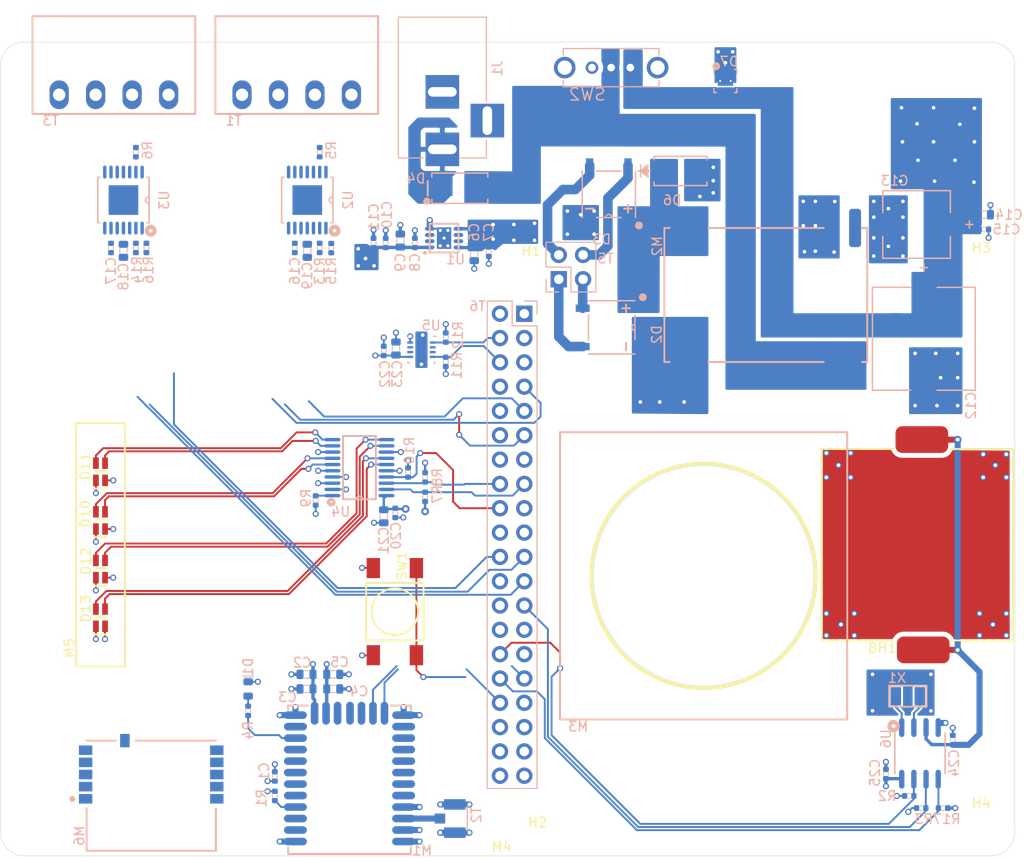
<source format=kicad_pcb>
(kicad_pcb (version 20171130) (host pcbnew "(5.1.6)-1")
  (layers (0 F.Cu signal) (1 In1.Cu power hide) (2 In2.Cu power hide) (31 B.Cu signal) (34 B.Paste user) (35 F.Paste user) (36 B.SilkS user) (37 F.SilkS user) (38 B.Mask user) (39 F.Mask user) (44 Edge.Cuts user))
  (net 0 "")
  (net 1 GND)
  (net 2 +3V3)
  (net 3 +5V)
  (net 4 "Net-(D1-Pad1)")
  (net 5 "/PoE and Power Supplies/POE_VA1")
  (net 6 "/PoE and Power Supplies/POE_VB1")
  (net 7 "/PoE and Power Supplies/POE_VA2")
  (net 8 "/PoE and Power Supplies/POE_VB2")
  (net 9 "Net-(D10-Pad4)")
  (net 10 "Net-(D10-Pad1)")
  (net 11 "Net-(D11-Pad4)")
  (net 12 "Net-(D11-Pad1)")
  (net 13 "Net-(D12-Pad4)")
  (net 14 "Net-(D12-Pad1)")
  (net 15 "Net-(D13-Pad4)")
  (net 16 "Net-(D13-Pad1)")
  (net 17 "Net-(M1-Pad17)")
  (net 18 "Net-(M1-Pad16)")
  (net 19 "Net-(M1-Pad15)")
  (net 20 "/Zigbee Radio /RESETn")
  (net 21 "/Zigbee Radio /PTI_FRAME")
  (net 22 "/Zigbee Radio /PTI_DATA")
  (net 23 "Net-(M1-Pad24)")
  (net 24 "Net-(M1-Pad23)")
  (net 25 "Net-(M1-Pad22)")
  (net 26 "Net-(M1-Pad21)")
  (net 27 "Net-(M1-Pad29)")
  (net 28 "Net-(M1-Pad11)")
  (net 29 "Net-(M1-Pad10)")
  (net 30 "Net-(M1-Pad9)")
  (net 31 "Net-(M1-Pad8)")
  (net 32 "/Zigbee Radio /SWO_JTAG")
  (net 33 "/Zigbee Radio /SWDIO_JTAG")
  (net 34 "/Zigbee Radio /SWCLK_JTAG")
  (net 35 "Net-(M1-Pad4)")
  (net 36 "Net-(M2-Pad4)")
  (net 37 "Net-(R9-Pad1)")
  (net 38 "Net-(R12-Pad2)")
  (net 39 "Net-(U1-Pad7)")
  (net 40 "Net-(U1-Pad6)")
  (net 41 "Net-(U1-Pad3)")
  (net 42 "Net-(U1-Pad2)")
  (net 43 "Net-(T6-Pad17)")
  (net 44 "Net-(T6-Pad35)")
  (net 45 "Net-(T6-Pad36)")
  (net 46 "Net-(T6-Pad37)")
  (net 47 "Net-(T6-Pad38)")
  (net 48 "Net-(R11-Pad2)")
  (net 49 "Net-(U5-Pad7)")
  (net 50 "Net-(U5-Pad6)")
  (net 51 "Net-(U5-Pad3)")
  (net 52 "Net-(U5-Pad2)")
  (net 53 "Net-(T6-Pad2)")
  (net 54 "Net-(T6-Pad20)")
  (net 55 "Net-(T6-Pad39)")
  (net 56 "Net-(D4-Pad1)")
  (net 57 "Net-(U6-Pad2)")
  (net 58 "Net-(U6-Pad1)")
  (net 59 "/Zigbee Radio /RF_RX")
  (net 60 "/RPi 4 Main Schematic/RF_RX")
  (net 61 "Net-(M1-Pad3)")
  (net 62 "Net-(M1-Pad2)")
  (net 63 "/LED Indication & RTC/LED_SDA")
  (net 64 "/LED Indication & RTC/LED_SCL")
  (net 65 "/LED Indication & RTC/LED_RESET")
  (net 66 "Net-(BH1-Pad1)")
  (net 67 "/LED Indication & RTC/RTC_IRQ")
  (net 68 "/LED Indication & RTC/RTC_SCL")
  (net 69 "/LED Indication & RTC/RTC_SDA")
  (net 70 +48V)
  (net 71 "Net-(D4-Pad2)")
  (net 72 "Net-(SW2-Pad1)")
  (net 73 "Net-(M6-Pad11)")
  (net 74 "Net-(M6-Pad10)")
  (net 75 "Net-(M6-Pad8)")
  (net 76 "Net-(M6-Pad7)")
  (net 77 "Net-(M6-Pad6)")
  (net 78 "Net-(M6-Pad5)")
  (net 79 "Net-(M6-Pad4)")
  (net 80 "Net-(M6-Pad3)")
  (net 81 "Net-(M6-Pad2)")
  (net 82 "Net-(M6-Pad1)")
  (net 83 "Net-(R5-Pad1)")
  (net 84 "Net-(R6-Pad1)")
  (net 85 "/RPi 4 Main Schematic/RS485_RE1")
  (net 86 "/RPi 4 Main Schematic/RS485_RE2")
  (net 87 "/RPi 4 Main Schematic/RS485_DE1")
  (net 88 "/RPi 4 Main Schematic/RS485_DE2")
  (net 89 "/RS485 Interfaces/RS485_TX1+")
  (net 90 "/RS485 Interfaces/RS485_TX1-")
  (net 91 "/RS485 Interfaces/RS485_RX1+")
  (net 92 "/RS485 Interfaces/RS485_RX1-")
  (net 93 "/RS485 Interfaces/RS485_TX2+")
  (net 94 "/RS485 Interfaces/RS485_TX2-")
  (net 95 "/RS485 Interfaces/RS485_RX2+")
  (net 96 "/RS485 Interfaces/RS485_RX2-")
  (net 97 "/RPi 4 Main Schematic/RS485_UART_TX1")
  (net 98 "/RPi 4 Main Schematic/RS485_UART_RX1")
  (net 99 "/RPi 4 Main Schematic/RS485_TERM_EN1")
  (net 100 "/RPi 4 Main Schematic/RS485_SL_RATE1")
  (net 101 "/RPi 4 Main Schematic/RS485_UART_RX2")
  (net 102 "/RPi 4 Main Schematic/RS485_UART_TX2")
  (net 103 "/RPi 4 Main Schematic/RS485_SL_RATE2")
  (net 104 "/RPi 4 Main Schematic/RS485_TERM_EN2")
  (module AVR-KiCAD-Lib-Diodes:ABS210-13 (layer B.Cu) (at 180.1 63.4)
    (fp_text reference D3 (at -0.75 4.7) (layer B.SilkS) (effects (justify mirror)))
    (fp_text value ABS210-13)
    (pad 3 smd rect (at -2.000001 3.02895 270) (size 1.4605 0.762) (layers B.Cu B.Paste B.Mask) (net 1 GND))
    (pad 1 smd rect (at 2.000001 3.02895 270) (size 1.4605 0.762) (layers B.Cu B.Paste B.Mask) (net 70 +48V))
    (pad 2 smd rect (at 2.000001 -3.02895 270) (size 1.4605 0.762) (layers B.Cu B.Paste B.Mask) (net 8 "/PoE and Power Supplies/POE_VB2"))
    (pad 4 smd rect (at -2.000001 -3.02895 270) (size 1.4605 0.762) (layers B.Cu B.Paste B.Mask) (net 6 "/PoE and Power Supplies/POE_VB1"))
  )
  (module AVR-KiCAD-Lib-Diodes:ABS210-13 (layer B.Cu) (at 180.4 77.3 90)
    (fp_text reference D2 (at -0.75 4.7 90) (layer B.SilkS) (effects (justify mirror)))
    (fp_text value ABS210-13)
    (pad 3 smd rect (at -2.000001 3.02895) (size 1.4605 0.762) (layers B.Cu B.Paste B.Mask) (net 1 GND))
    (pad 1 smd rect (at 2.000001 3.02895) (size 1.4605 0.762) (layers B.Cu B.Paste B.Mask) (net 70 +48V))
    (pad 2 smd rect (at 2.000001 -3.02895) (size 1.4605 0.762) (layers B.Cu B.Paste B.Mask) (net 7 "/PoE and Power Supplies/POE_VA2"))
    (pad 4 smd rect (at -2.000001 -3.02895) (size 1.4605 0.762) (layers B.Cu B.Paste B.Mask) (net 5 "/PoE and Power Supplies/POE_VA1"))
  )
  (module AVR-KiCAD-Lib-ICs:MAX13450EAUD&plus_ (layer B.Cu) (at 129.4 64 90)
    (fp_text reference U3 (at 0 4.25 90) (layer B.SilkS) (effects (justify mirror)))
    (fp_text value MAX13450EAUD+ hide)
    (pad 15 smd rect (at 0 0 90) (size 3.0988 3.0988) (layers B.Cu B.Paste B.Mask) (net 1 GND))
    (pad 14 smd oval (at 2.92735 1.949999 90) (size 1.3589 0.3556) (layers B.Cu B.Paste B.Mask) (net 103 "/RPi 4 Main Schematic/RS485_SL_RATE2"))
    (pad 13 smd oval (at 2.92735 1.3 90) (size 1.3589 0.3556) (layers B.Cu B.Paste B.Mask) (net 84 "Net-(R6-Pad1)"))
    (pad 12 smd oval (at 2.92735 0.649999 90) (size 1.3589 0.3556) (layers B.Cu B.Paste B.Mask) (net 93 "/RS485 Interfaces/RS485_TX2+"))
    (pad 11 smd oval (at 2.92735 0 90) (size 1.3589 0.3556) (layers B.Cu B.Paste B.Mask) (net 1 GND))
    (pad 10 smd oval (at 2.92735 -0.650001 90) (size 1.3589 0.3556) (layers B.Cu B.Paste B.Mask) (net 94 "/RS485 Interfaces/RS485_TX2-"))
    (pad 9 smd oval (at 2.92735 -1.3 90) (size 1.3589 0.3556) (layers B.Cu B.Paste B.Mask) (net 95 "/RS485 Interfaces/RS485_RX2+"))
    (pad 8 smd oval (at 2.92735 -1.950001 90) (size 1.3589 0.3556) (layers B.Cu B.Paste B.Mask) (net 96 "/RS485 Interfaces/RS485_RX2-"))
    (pad 7 smd oval (at -2.92735 -1.949999 90) (size 1.3589 0.3556) (layers B.Cu B.Paste B.Mask) (net 101 "/RPi 4 Main Schematic/RS485_UART_RX2"))
    (pad 6 smd oval (at -2.92735 -1.3 90) (size 1.3589 0.3556) (layers B.Cu B.Paste B.Mask) (net 2 +3V3))
    (pad 5 smd oval (at -2.92735 -0.649999 90) (size 1.3589 0.3556) (layers B.Cu B.Paste B.Mask) (net 104 "/RPi 4 Main Schematic/RS485_TERM_EN2"))
    (pad 4 smd oval (at -2.92735 0 90) (size 1.3589 0.3556) (layers B.Cu B.Paste B.Mask) (net 3 +5V))
    (pad 3 smd oval (at -2.92735 0.649999 90) (size 1.3589 0.3556) (layers B.Cu B.Paste B.Mask) (net 102 "/RPi 4 Main Schematic/RS485_UART_TX2"))
    (pad 2 smd oval (at -2.92735 1.3 90) (size 1.3589 0.3556) (layers B.Cu B.Paste B.Mask) (net 86 "/RPi 4 Main Schematic/RS485_RE2"))
    (pad 1 smd oval (at -2.92735 1.950001 90) (size 1.3589 0.3556) (layers B.Cu B.Paste B.Mask) (net 88 "/RPi 4 Main Schematic/RS485_DE2"))
  )
  (module AVR-KiCAD-Lib-ICs:MAX13450EAUD&plus_ (layer B.Cu) (at 148.6 64 90)
    (fp_text reference U2 (at 0 4.25 90) (layer B.SilkS) (effects (justify mirror)))
    (fp_text value MAX13450EAUD+ hide)
    (pad 15 smd rect (at 0 0 90) (size 3.0988 3.0988) (layers B.Cu B.Paste B.Mask) (net 1 GND))
    (pad 14 smd oval (at 2.92735 1.949999 90) (size 1.3589 0.3556) (layers B.Cu B.Paste B.Mask) (net 100 "/RPi 4 Main Schematic/RS485_SL_RATE1"))
    (pad 13 smd oval (at 2.92735 1.3 90) (size 1.3589 0.3556) (layers B.Cu B.Paste B.Mask) (net 83 "Net-(R5-Pad1)"))
    (pad 12 smd oval (at 2.92735 0.649999 90) (size 1.3589 0.3556) (layers B.Cu B.Paste B.Mask) (net 89 "/RS485 Interfaces/RS485_TX1+"))
    (pad 11 smd oval (at 2.92735 0 90) (size 1.3589 0.3556) (layers B.Cu B.Paste B.Mask) (net 1 GND))
    (pad 10 smd oval (at 2.92735 -0.650001 90) (size 1.3589 0.3556) (layers B.Cu B.Paste B.Mask) (net 90 "/RS485 Interfaces/RS485_TX1-"))
    (pad 9 smd oval (at 2.92735 -1.3 90) (size 1.3589 0.3556) (layers B.Cu B.Paste B.Mask) (net 91 "/RS485 Interfaces/RS485_RX1+"))
    (pad 8 smd oval (at 2.92735 -1.950001 90) (size 1.3589 0.3556) (layers B.Cu B.Paste B.Mask) (net 92 "/RS485 Interfaces/RS485_RX1-"))
    (pad 7 smd oval (at -2.92735 -1.949999 90) (size 1.3589 0.3556) (layers B.Cu B.Paste B.Mask) (net 98 "/RPi 4 Main Schematic/RS485_UART_RX1"))
    (pad 6 smd oval (at -2.92735 -1.3 90) (size 1.3589 0.3556) (layers B.Cu B.Paste B.Mask) (net 2 +3V3))
    (pad 5 smd oval (at -2.92735 -0.649999 90) (size 1.3589 0.3556) (layers B.Cu B.Paste B.Mask) (net 99 "/RPi 4 Main Schematic/RS485_TERM_EN1"))
    (pad 4 smd oval (at -2.92735 0 90) (size 1.3589 0.3556) (layers B.Cu B.Paste B.Mask) (net 3 +5V))
    (pad 3 smd oval (at -2.92735 0.649999 90) (size 1.3589 0.3556) (layers B.Cu B.Paste B.Mask) (net 97 "/RPi 4 Main Schematic/RS485_UART_TX1"))
    (pad 2 smd oval (at -2.92735 1.3 90) (size 1.3589 0.3556) (layers B.Cu B.Paste B.Mask) (net 85 "/RPi 4 Main Schematic/RS485_RE1"))
    (pad 1 smd oval (at -2.92735 1.950001 90) (size 1.3589 0.3556) (layers B.Cu B.Paste B.Mask) (net 87 "/RPi 4 Main Schematic/RS485_DE1"))
  )
  (module AVR-KiCAD-Lib-Connectors:0395121004 (layer B.Cu) (at 128.4 53)
    (fp_text reference T3 (at -6.6 2.7) (layer B.SilkS) (effects (justify mirror)))
    (fp_text value 0395121004)
    (pad 4 thru_hole oval (at 5.715 0) (size 2 3) (drill 1.3) (layers *.Cu *.Mask) (net 93 "/RS485 Interfaces/RS485_TX2+"))
    (pad 3 thru_hole oval (at 1.905 0) (size 2 3) (drill 1.3) (layers *.Cu *.Mask) (net 94 "/RS485 Interfaces/RS485_TX2-"))
    (pad 2 thru_hole oval (at -1.905 0) (size 2 3) (drill 1.3) (layers *.Cu *.Mask) (net 95 "/RS485 Interfaces/RS485_RX2+"))
    (pad 1 thru_hole oval (at -5.715 0) (size 2 3) (drill 1.3) (layers *.Cu *.Mask) (net 96 "/RS485 Interfaces/RS485_RX2-"))
  )
  (module AVR-KiCAD-Lib-Connectors:0395121004 (layer B.Cu) (at 147.5 53)
    (fp_text reference T1 (at -6.6 2.7) (layer B.SilkS) (effects (justify mirror)))
    (fp_text value 0395121004)
    (pad 4 thru_hole oval (at 5.715 0) (size 2 3) (drill 1.3) (layers *.Cu *.Mask) (net 89 "/RS485 Interfaces/RS485_TX1+"))
    (pad 3 thru_hole oval (at 1.905 0) (size 2 3) (drill 1.3) (layers *.Cu *.Mask) (net 90 "/RS485 Interfaces/RS485_TX1-"))
    (pad 2 thru_hole oval (at -1.905 0) (size 2 3) (drill 1.3) (layers *.Cu *.Mask) (net 91 "/RS485 Interfaces/RS485_RX1+"))
    (pad 1 thru_hole oval (at -5.715 0) (size 2 3) (drill 1.3) (layers *.Cu *.Mask) (net 92 "/RS485 Interfaces/RS485_RX1-"))
  )
  (module AVR-KiCAD-Lib-Resistors:R0402 (layer B.Cu) (at 131.8 69 90)
    (fp_text reference R16 (at -2.3 0.2 90) (layer B.SilkS) (effects (justify mirror)))
    (fp_text value RC0402FR-071KL)
    (pad 1 smd roundrect (at -0.483 0 90) (size 0.559 0.61) (layers B.Cu B.Paste B.Mask) (net 2 +3V3))
    (pad 2 smd roundrect (at 0.483 0 90) (size 0.559 0.61) (layers B.Cu B.Paste B.Mask) (net 88 "/RPi 4 Main Schematic/RS485_DE2"))
  )
  (module AVR-KiCAD-Lib-Resistors:R0402 (layer B.Cu) (at 151.1 69.017 90)
    (fp_text reference R15 (at -2.383 0 90) (layer B.SilkS) (effects (justify mirror)))
    (fp_text value RC0402FR-071KL)
    (pad 1 smd roundrect (at -0.483 0 90) (size 0.559 0.61) (layers B.Cu B.Paste B.Mask) (net 2 +3V3))
    (pad 2 smd roundrect (at 0.483 0 90) (size 0.559 0.61) (layers B.Cu B.Paste B.Mask) (net 87 "/RPi 4 Main Schematic/RS485_DE1"))
  )
  (module AVR-KiCAD-Lib-Resistors:R0402 (layer B.Cu) (at 130.7 69 90)
    (fp_text reference R14 (at -2.3 0.1 90) (layer B.SilkS) (effects (justify mirror)))
    (fp_text value RC0402FR-071KL)
    (pad 1 smd roundrect (at -0.483 0 90) (size 0.559 0.61) (layers B.Cu B.Paste B.Mask) (net 2 +3V3))
    (pad 2 smd roundrect (at 0.483 0 90) (size 0.559 0.61) (layers B.Cu B.Paste B.Mask) (net 86 "/RPi 4 Main Schematic/RS485_RE2"))
  )
  (module AVR-KiCAD-Lib-Resistors:R0402 (layer B.Cu) (at 149.9 69 90)
    (fp_text reference R13 (at -2.4 0 90) (layer B.SilkS) (effects (justify mirror)))
    (fp_text value RC0402FR-071KL)
    (pad 1 smd roundrect (at -0.483 0 90) (size 0.559 0.61) (layers B.Cu B.Paste B.Mask) (net 2 +3V3))
    (pad 2 smd roundrect (at 0.483 0 90) (size 0.559 0.61) (layers B.Cu B.Paste B.Mask) (net 85 "/RPi 4 Main Schematic/RS485_RE1"))
  )
  (module AVR-KiCAD-Lib-Resistors:R0402 (layer B.Cu) (at 130.7 59 90)
    (fp_text reference R6 (at 0.2 1.2 90) (layer B.SilkS) (effects (justify mirror)))
    (fp_text value RC0402FR-071KL)
    (pad 1 smd roundrect (at -0.483 0 90) (size 0.559 0.61) (layers B.Cu B.Paste B.Mask) (net 84 "Net-(R6-Pad1)"))
    (pad 2 smd roundrect (at 0.483 0 90) (size 0.559 0.61) (layers B.Cu B.Paste B.Mask) (net 1 GND))
  )
  (module AVR-KiCAD-Lib-Resistors:R0402 (layer B.Cu) (at 149.9 59 90)
    (fp_text reference R5 (at 0.2 1.2 90) (layer B.SilkS) (effects (justify mirror)))
    (fp_text value RC0402FR-071KL)
    (pad 1 smd roundrect (at -0.483 0 90) (size 0.559 0.61) (layers B.Cu B.Paste B.Mask) (net 83 "Net-(R5-Pad1)"))
    (pad 2 smd roundrect (at 0.483 0 90) (size 0.559 0.61) (layers B.Cu B.Paste B.Mask) (net 1 GND))
  )
  (module AVR-KiCAD-Lib-Modules:XCVR_SPSGRF-915 (layer B.Cu) (at 132.3 124)
    (fp_text reference M6 (at -7.5 6.4 -90) (layer B.SilkS) (effects (font (size 1.002654 1.002654)) (justify mirror)))
    (fp_text value SPSGRFC-915)
    (pad 11 smd rect (at 6.85 2.54) (size 1.4 1) (layers B.Cu B.Paste B.Mask) (net 73 "Net-(M6-Pad11)"))
    (pad 10 smd rect (at 6.85 1.27) (size 1.4 1) (layers B.Cu B.Paste B.Mask) (net 74 "Net-(M6-Pad10)"))
    (pad 9 smd rect (at 6.85 0) (size 1.4 1) (layers B.Cu B.Paste B.Mask))
    (pad 8 smd rect (at 6.85 -1.27) (size 1.4 1) (layers B.Cu B.Paste B.Mask) (net 75 "Net-(M6-Pad8)"))
    (pad 7 smd rect (at 6.85 -2.54) (size 1.4 1) (layers B.Cu B.Paste B.Mask) (net 76 "Net-(M6-Pad7)"))
    (pad 6 smd rect (at -2.75 -3.54) (size 1 1.4) (layers B.Cu B.Paste B.Mask) (net 77 "Net-(M6-Pad6)"))
    (pad 5 smd rect (at -6.85 -2.54) (size 1.4 1) (layers B.Cu B.Paste B.Mask) (net 78 "Net-(M6-Pad5)"))
    (pad 4 smd rect (at -6.85 -1.27) (size 1.4 1) (layers B.Cu B.Paste B.Mask) (net 79 "Net-(M6-Pad4)"))
    (pad 3 smd rect (at -6.85 0) (size 1.4 1) (layers B.Cu B.Paste B.Mask) (net 80 "Net-(M6-Pad3)"))
    (pad 2 smd rect (at -6.85 1.27) (size 1.4 1) (layers B.Cu B.Paste B.Mask) (net 81 "Net-(M6-Pad2)"))
    (pad 1 smd rect (at -6.85 2.54) (size 1.4 1) (layers B.Cu B.Paste B.Mask) (net 82 "Net-(M6-Pad1)"))
  )
  (module AVR-KiCAD-Lib-Capacitors:C0603 (layer B.Cu) (at 148.6 69.3 270)
    (fp_text reference C19 (at 2.6 0 90) (layer B.SilkS) (effects (justify mirror)))
    (fp_text value CGA3E2X7R1H104K080AA hide)
    (pad 2 smd roundrect (at 0.68 0 270) (size 0.74 1) (layers B.Cu B.Paste B.Mask) (net 1 GND))
    (pad 1 smd roundrect (at -0.68 0 270) (size 0.74 1) (layers B.Cu B.Paste B.Mask) (net 3 +5V))
  )
  (module AVR-KiCAD-Lib-Capacitors:C0603 (layer B.Cu) (at 129.4 69.3 270)
    (fp_text reference C18 (at 2.7 0 90) (layer B.SilkS) (effects (justify mirror)))
    (fp_text value CGA3E2X7R1H104K080AA hide)
    (pad 2 smd roundrect (at 0.68 0 270) (size 0.74 1) (layers B.Cu B.Paste B.Mask) (net 1 GND))
    (pad 1 smd roundrect (at -0.68 0 270) (size 0.74 1) (layers B.Cu B.Paste B.Mask) (net 3 +5V))
  )
  (module AVR-KiCAD-Lib-Resistors:R0402 (layer B.Cu) (at 128.1 69 270)
    (fp_text reference C17 (at 2.4 0 90) (layer B.SilkS) (effects (justify mirror)))
    (fp_text value C0402C104K9PACTU)
    (pad 1 smd roundrect (at -0.483 0 270) (size 0.559 0.61) (layers B.Cu B.Paste B.Mask) (net 2 +3V3))
    (pad 2 smd roundrect (at 0.483 0 270) (size 0.559 0.61) (layers B.Cu B.Paste B.Mask) (net 1 GND))
  )
  (module AVR-KiCAD-Lib-Resistors:R0402 (layer B.Cu) (at 147.3 69 270)
    (fp_text reference C16 (at 2.4 0 90) (layer B.SilkS) (effects (justify mirror)))
    (fp_text value C0402C104K9PACTU)
    (pad 1 smd roundrect (at -0.483 0 270) (size 0.559 0.61) (layers B.Cu B.Paste B.Mask) (net 2 +3V3))
    (pad 2 smd roundrect (at 0.483 0 270) (size 0.559 0.61) (layers B.Cu B.Paste B.Mask) (net 1 GND))
  )
  (module growbox-KiCAD-Diodes:TVS0500DRVR (layer B.Cu) (at 192.278 51.562 270)
    (fp_text reference D7 (at -2.032 -0.381 180) (layer B.SilkS) (effects (justify mirror)))
    (fp_text value TVS0500DRVR hide)
    (pad 7 thru_hole circle (at 0 0.549999 270) (size 0.499999 0.499999) (drill 0.2032) (layers *.Cu *.Mask) (net 1 GND))
    (pad 7 thru_hole circle (at 0 -0.549999 270) (size 0.499999 0.499999) (drill 0.2032) (layers *.Cu *.Mask) (net 1 GND))
    (pad 7 smd rect (at 0 0 270) (size 1.000001 1.599999) (layers B.Cu B.Paste B.Mask) (net 1 GND))
    (pad 6 smd rect (at 0.974999 0.650001 180) (size 0.299999 0.449999) (layers B.Cu B.Paste B.Mask) (net 3 +5V))
    (pad 5 smd rect (at 0.974999 0 180) (size 0.299999 0.449999) (layers B.Cu B.Paste B.Mask) (net 3 +5V))
    (pad 4 smd rect (at 0.974999 -0.649999 180) (size 0.299999 0.449999) (layers B.Cu B.Paste B.Mask) (net 3 +5V))
    (pad 3 smd rect (at -0.974999 -0.649999 180) (size 0.299999 0.449999) (layers B.Cu B.Paste B.Mask) (net 1 GND))
    (pad 2 smd rect (at -0.974999 0 180) (size 0.299999 0.449999) (layers B.Cu B.Paste B.Mask) (net 1 GND))
    (pad 1 smd rect (at -0.974999 0.650001 180) (size 0.299999 0.449999) (layers B.Cu B.Paste B.Mask) (net 1 GND))
  )
  (module growbox-KiCAD-Mechanical-Switches:SW_EG1213 (layer B.Cu) (at 180.34 50.165)
    (fp_text reference SW2 (at -2.5 2.8) (layer B.SilkS) (effects (font (size 1.27 1.27)) (justify mirror)))
    (fp_text value EG1213)
    (pad 5 thru_hole circle (at 4.85 0) (size 2.25 2.25) (drill 1.5) (layers *.Cu *.Mask) (net 1 GND))
    (pad 4 thru_hole circle (at -4.85 0) (size 2.25 2.25) (drill 1.5) (layers *.Cu *.Mask) (net 1 GND))
    (pad 3 thru_hole circle (at 2 0) (size 1.308 1.308) (drill 0.8) (layers *.Cu *.Mask) (net 3 +5V))
    (pad 1 thru_hole circle (at -2 0) (size 1.308 1.308) (drill 0.8) (layers *.Cu *.Mask) (net 72 "Net-(SW2-Pad1)"))
    (pad 2 thru_hole circle (at 0 0) (size 1.308 1.308) (drill 0.8) (layers *.Cu *.Mask) (net 71 "Net-(D4-Pad2)"))
  )
  (module growbox-KiCAD-Diodes:SMAJ30CA (layer B.Cu) (at 187.579 60.96)
    (fp_text reference D6 (at -0.85 3.05) (layer B.SilkS) (effects (justify mirror)))
    (fp_text value SMAJ30CA)
    (pad 2 smd rect (at 1.7018 0 270) (size 1.651 2.1844) (layers B.Cu B.Paste B.Mask) (net 1 GND))
    (pad 1 smd rect (at -1.7018 0 270) (size 1.651 2.1844) (layers B.Cu B.Paste B.Mask) (net 70 +48V))
  )
  (module growbox-KiCAD-Crystals:ECS-.327-12.5-34B-TR (layer B.Cu) (at 211.328 115.824)
    (fp_text reference X1 (at -1.143 -1.905) (layer B.SilkS) (effects (justify mirror)))
    (fp_text value ECS-.327-12.5-34B-TR hide)
    (pad 2 smd rect (at 1.25 0) (size 1.1 1.9) (layers B.Cu B.Paste B.Mask) (net 57 "Net-(U6-Pad2)"))
    (pad 1 smd rect (at -1.25 0) (size 1.1 1.9) (layers B.Cu B.Paste B.Mask) (net 58 "Net-(U6-Pad1)"))
  )
  (module growbox-KiCAD-ICs:BQ32000DR (layer B.Cu) (at 212.598 121.793 270)
    (fp_text reference U6 (at -1.524 3.556 90) (layer B.SilkS) (effects (justify mirror)))
    (fp_text value BQ32000DR hide)
    (pad 8 smd oval (at 2.7 1.905 270) (size 1.9812 0.5588) (layers B.Cu B.Paste B.Mask) (net 2 +3V3))
    (pad 7 smd oval (at 2.7 0.635 270) (size 1.9812 0.5588) (layers B.Cu B.Paste B.Mask) (net 67 "/LED Indication & RTC/RTC_IRQ"))
    (pad 6 smd oval (at 2.7 -0.635 270) (size 1.9812 0.5588) (layers B.Cu B.Paste B.Mask) (net 68 "/LED Indication & RTC/RTC_SCL"))
    (pad 5 smd oval (at 2.7 -1.905 270) (size 1.9812 0.5588) (layers B.Cu B.Paste B.Mask) (net 69 "/LED Indication & RTC/RTC_SDA"))
    (pad 4 smd oval (at -2.7 -1.905 270) (size 1.9812 0.5588) (layers B.Cu B.Paste B.Mask) (net 1 GND))
    (pad 3 smd oval (at -2.7 -0.635 270) (size 1.9812 0.5588) (layers B.Cu B.Paste B.Mask) (net 66 "Net-(BH1-Pad1)"))
    (pad 2 smd oval (at -2.7 0.635 270) (size 1.9812 0.5588) (layers B.Cu B.Paste B.Mask) (net 57 "Net-(U6-Pad2)"))
    (pad 1 smd oval (at -2.7 1.905 270) (size 1.9812 0.5588) (layers B.Cu B.Paste B.Mask) (net 58 "Net-(U6-Pad1)"))
  )
  (module growbox-KiCAD-ICs:DFN8_SHT35 (layer B.Cu) (at 160.528 79.629 180)
    (fp_text reference U5 (at -1.016 2.54) (layer B.SilkS) (effects (justify mirror)))
    (fp_text value SHT35-DIS-B2.5KS)
    (pad 9 smd rect (at 0.275 -0.45 180) (size 0.55 0.9) (layers B.Cu B.Paste B.Mask) (net 1 GND))
    (pad 9 smd rect (at 0.275 0.45 180) (size 0.55 0.9) (layers B.Cu B.Paste B.Mask) (net 1 GND))
    (pad 9 smd rect (at -0.275 -0.45 180) (size 0.55 0.9) (layers B.Cu B.Paste B.Mask) (net 1 GND))
    (pad 9 smd rect (at -0.275 0.45 180) (size 0.55 0.9) (layers B.Cu B.Paste B.Mask) (net 1 GND))
    (pad 8 smd oval (at 1.175 0.75 90) (size 0.25 0.65) (layers B.Cu B.Paste B.Mask) (net 1 GND))
    (pad 7 smd oval (at 1.175 0.25 90) (size 0.25 0.65) (layers B.Cu B.Paste B.Mask) (net 49 "Net-(U5-Pad7)"))
    (pad 6 smd oval (at 1.175 -0.25 90) (size 0.25 0.65) (layers B.Cu B.Paste B.Mask) (net 50 "Net-(U5-Pad6)"))
    (pad 5 smd oval (at 1.175 -0.75 90) (size 0.25 0.65) (layers B.Cu B.Paste B.Mask) (net 2 +3V3))
    (pad 4 smd oval (at -1.175 -0.75 90) (size 0.25 0.65) (layers B.Cu B.Paste B.Mask) (net 48 "Net-(R11-Pad2)"))
    (pad 3 smd oval (at -1.175 -0.25 90) (size 0.25 0.65) (layers B.Cu B.Paste B.Mask) (net 51 "Net-(U5-Pad3)"))
    (pad 2 smd oval (at -1.175 0.25 90) (size 0.25 0.65) (layers B.Cu B.Paste B.Mask) (net 52 "Net-(U5-Pad2)"))
    (pad 1 smd oval (at -1.175 0.75 90) (size 0.25 0.65) (layers B.Cu B.Paste B.Mask) (net 38 "Net-(R12-Pad2)"))
  )
  (module AVR-KiCAD-Lib-Resistors:R0402 (layer B.Cu) (at 215.011 127.508 180)
    (fp_text reference R17 (at -0.381 -1.143) (layer B.SilkS) (effects (justify mirror)))
    (fp_text value RC0402FR-071KL)
    (pad 1 smd roundrect (at -0.483 0 180) (size 0.559 0.61) (layers B.Cu B.Paste B.Mask) (net 2 +3V3))
    (pad 2 smd roundrect (at 0.483 0 180) (size 0.559 0.61) (layers B.Cu B.Paste B.Mask) (net 69 "/LED Indication & RTC/RTC_SDA"))
  )
  (module growbox-KiCAD-Resistors:R0402 (layer B.Cu) (at 163.068 78.359 270)
    (fp_text reference R12 (at -0.254 -1.27 90) (layer B.SilkS) (effects (justify mirror)))
    (fp_text value RC0402FR-074K7L)
    (pad 1 smd roundrect (at -0.483 0 270) (size 0.559 0.61) (layers B.Cu B.Paste B.Mask) (net 2 +3V3))
    (pad 2 smd roundrect (at 0.483 0 270) (size 0.559 0.61) (layers B.Cu B.Paste B.Mask) (net 38 "Net-(R12-Pad2)"))
  )
  (module growbox-KiCAD-Resistors:R0402 (layer B.Cu) (at 163.068 80.899 90)
    (fp_text reference R11 (at -0.381 1.143 90) (layer B.SilkS) (effects (justify mirror)))
    (fp_text value RC0402FR-074K7L)
    (pad 1 smd roundrect (at -0.483 0 90) (size 0.559 0.61) (layers B.Cu B.Paste B.Mask) (net 2 +3V3))
    (pad 2 smd roundrect (at 0.483 0 90) (size 0.559 0.61) (layers B.Cu B.Paste B.Mask) (net 48 "Net-(R11-Pad2)"))
  )
  (module growbox-KiCAD-Resistors:R0402 (layer B.Cu) (at 212.725 127.508)
    (fp_text reference R3 (at 0.254 1.143) (layer B.SilkS) (effects (justify mirror)))
    (fp_text value RC0402FR-074K7L)
    (pad 1 smd roundrect (at -0.483 0) (size 0.559 0.61) (layers B.Cu B.Paste B.Mask) (net 2 +3V3))
    (pad 2 smd roundrect (at 0.483 0) (size 0.559 0.61) (layers B.Cu B.Paste B.Mask) (net 68 "/LED Indication & RTC/RTC_SCL"))
  )
  (module growbox-KiCAD-Resistors:R0402 (layer B.Cu) (at 211.48 126.238)
    (fp_text reference R2 (at -2.311 0) (layer B.SilkS) (effects (justify mirror)))
    (fp_text value RC0402FR-074K7L)
    (pad 1 smd roundrect (at -0.483 0) (size 0.559 0.61) (layers B.Cu B.Paste B.Mask) (net 2 +3V3))
    (pad 2 smd roundrect (at 0.483 0) (size 0.559 0.61) (layers B.Cu B.Paste B.Mask) (net 67 "/LED Indication & RTC/RTC_IRQ"))
  )
  (module growbox-KiCAD-Capacitors:C0402 (layer B.Cu) (at 209.042 123.952 270)
    (fp_text reference C25 (at -0.127 1.143 90) (layer B.SilkS) (effects (justify mirror)))
    (fp_text value GRM155C81A105KA12D)
    (pad 2 smd roundrect (at 0.483 0 270) (size 0.559 0.61) (layers B.Cu B.Paste B.Mask) (net 2 +3V3))
    (pad 1 smd roundrect (at -0.483 0 270) (size 0.559 0.61) (layers B.Cu B.Paste B.Mask) (net 1 GND))
  )
  (module growbox-KiCAD-Capacitors:C0402 (layer B.Cu) (at 216.027 120.396 90)
    (fp_text reference C24 (at -2.413 0.127 90) (layer B.SilkS) (effects (justify mirror)))
    (fp_text value GRM155R71A224KE01D)
    (pad 2 smd roundrect (at 0.483 0 90) (size 0.559 0.61) (layers B.Cu B.Paste B.Mask) (net 1 GND))
    (pad 1 smd roundrect (at -0.483 0 90) (size 0.559 0.61) (layers B.Cu B.Paste B.Mask) (net 66 "Net-(BH1-Pad1)"))
  )
  (module growbox-KiCAD-Capacitors:C0603 (layer B.Cu) (at 157.861 79.502 90)
    (fp_text reference C23 (at -2.667 0.127 90) (layer B.SilkS) (effects (justify mirror)))
    (fp_text value GRM188R61A106KE69J hide)
    (pad 2 smd roundrect (at 0.68 0 90) (size 0.74 1) (layers B.Cu B.Paste B.Mask) (net 1 GND))
    (pad 1 smd roundrect (at -0.68 0 90) (size 0.74 1) (layers B.Cu B.Paste B.Mask) (net 2 +3V3))
  )
  (module growbox-KiCAD-Capacitors:C0402 (layer B.Cu) (at 156.591 79.756 90)
    (fp_text reference C22 (at -2.413 0.127 90) (layer B.SilkS) (effects (justify mirror)))
    (fp_text value GRM155R71E104KE14J)
    (pad 2 smd roundrect (at 0.483 0 90) (size 0.559 0.61) (layers B.Cu B.Paste B.Mask) (net 1 GND))
    (pad 1 smd roundrect (at -0.483 0 90) (size 0.559 0.61) (layers B.Cu B.Paste B.Mask) (net 2 +3V3))
  )
  (module growbox-KiCAD-Battery-Holders:BK-912 (layer F.Cu) (at 212.344 100 90)
    (fp_text reference BH1 (at -10.795 -3.683 180) (layer F.SilkS))
    (fp_text value BK-912-TR)
    (pad 1 smd roundrect (at 10.985 0.45 90) (size 2.79 5.5) (layers F.Cu F.Paste F.Mask) (net 66 "Net-(BH1-Pad1)"))
    (pad 1 smd roundrect (at -10.985 0.6 90) (size 2.79 5.5) (layers F.Cu F.Paste F.Mask) (net 66 "Net-(BH1-Pad1)"))
    (pad 2 smd circle (at 0 0 90) (size 17.78 17.78) (layers F.Cu F.Paste F.Mask) (net 1 GND))
  )
  (module growbox-KiCAD-Diodes:LED_APHBM2012SURKCGKC (layer F.Cu) (at 127 92.38 90)
    (fp_text reference D11 (at 0.559 -1.589 90) (layer F.SilkS) (effects (font (size 1.001921 1.001921))))
    (fp_text value APHBM2012SURKCGKC)
    (pad 4 smd rect (at 0.9 0.475 90) (size 1.2 0.6) (layers F.Cu F.Paste F.Mask) (net 11 "Net-(D11-Pad4)"))
    (pad 3 smd rect (at -0.9 0.475 90) (size 1.2 0.6) (layers F.Cu F.Paste F.Mask) (net 1 GND))
    (pad 2 smd rect (at -0.9 -0.475 90) (size 1.2 0.6) (layers F.Cu F.Paste F.Mask) (net 1 GND))
    (pad 1 smd rect (at 0.9 -0.475 90) (size 1.2 0.6) (layers F.Cu F.Paste F.Mask) (net 12 "Net-(D11-Pad1)"))
  )
  (module growbox-KiCAD-Diodes:LED_APHBM2012SURKCGKC (layer F.Cu) (at 127 97.46 90)
    (fp_text reference D10 (at 0.686 -1.589 90) (layer F.SilkS) (effects (font (size 1.001921 1.001921))))
    (fp_text value APHBM2012SURKCGKC)
    (pad 4 smd rect (at 0.9 0.475 90) (size 1.2 0.6) (layers F.Cu F.Paste F.Mask) (net 9 "Net-(D10-Pad4)"))
    (pad 3 smd rect (at -0.9 0.475 90) (size 1.2 0.6) (layers F.Cu F.Paste F.Mask) (net 1 GND))
    (pad 2 smd rect (at -0.9 -0.475 90) (size 1.2 0.6) (layers F.Cu F.Paste F.Mask) (net 1 GND))
    (pad 1 smd rect (at 0.9 -0.475 90) (size 1.2 0.6) (layers F.Cu F.Paste F.Mask) (net 10 "Net-(D10-Pad1)"))
  )
  (module growbox-KiCAD-Diodes:LED_APHBM2012SURKCGKC (layer F.Cu) (at 127 102.54 90)
    (fp_text reference D12 (at 0.813 -1.524 90) (layer F.SilkS) (effects (font (size 1.001921 1.001921))))
    (fp_text value APHBM2012SURKCGKC)
    (pad 4 smd rect (at 0.9 0.475 90) (size 1.2 0.6) (layers F.Cu F.Paste F.Mask) (net 13 "Net-(D12-Pad4)"))
    (pad 3 smd rect (at -0.9 0.475 90) (size 1.2 0.6) (layers F.Cu F.Paste F.Mask) (net 1 GND))
    (pad 2 smd rect (at -0.9 -0.475 90) (size 1.2 0.6) (layers F.Cu F.Paste F.Mask) (net 1 GND))
    (pad 1 smd rect (at 0.9 -0.475 90) (size 1.2 0.6) (layers F.Cu F.Paste F.Mask) (net 14 "Net-(D12-Pad1)"))
  )
  (module growbox-KiCAD-Diodes:LED_APHBM2012SURKCGKC (layer F.Cu) (at 127 107.62 90)
    (fp_text reference D13 (at 0.94 -1.524 90) (layer F.SilkS) (effects (font (size 1.001921 1.001921))))
    (fp_text value APHBM2012SURKCGKC)
    (pad 4 smd rect (at 0.9 0.475 90) (size 1.2 0.6) (layers F.Cu F.Paste F.Mask) (net 15 "Net-(D13-Pad4)"))
    (pad 3 smd rect (at -0.9 0.475 90) (size 1.2 0.6) (layers F.Cu F.Paste F.Mask) (net 1 GND))
    (pad 2 smd rect (at -0.9 -0.475 90) (size 1.2 0.6) (layers F.Cu F.Paste F.Mask) (net 1 GND))
    (pad 1 smd rect (at 0.9 -0.475 90) (size 1.2 0.6) (layers F.Cu F.Paste F.Mask) (net 16 "Net-(D13-Pad1)"))
  )
  (module growbox-KiCAD-Special:LPA-C041301S-4 (layer F.Cu) (at 127 100 90)
    (fp_text reference M5 (at -10.8 -3.25 90) (layer F.SilkS))
    (fp_text value LPA-C041301S-4)
    (pad "" np_thru_hole circle (at -11.43 0 90) (size 1.65 1.65) (drill 1.65) (layers *.Cu *.Mask))
    (pad "" np_thru_hole circle (at 11.43 0 90) (size 1.65 1.65) (drill 1.65) (layers *.Cu *.Mask))
  )
  (module Connect:BARREL_JACK (layer B.Cu) (at 162.7082 58.6994 270)
    (fp_text reference J1 (at -8.45 -5.75 90) (layer B.SilkS) (effects (justify mirror)))
    (fp_text value Barrel_Jack)
    (pad 1 thru_hole rect (at 0 0 270) (size 3.5 3.5) (drill oval 1 3) (layers *.Cu *.Mask) (net 56 "Net-(D4-Pad1)"))
    (pad 2 thru_hole rect (at -6 0 270) (size 3.5 3.5) (drill oval 1 3) (layers *.Cu *.Mask) (net 1 GND))
    (pad 3 thru_hole rect (at -3 -4.7 270) (size 3.5 3.5) (drill oval 3 1) (layers *.Cu *.Mask) (net 1 GND))
  )
  (module growbox-KiCAD-Diodes:B240A-13-F (layer B.Cu) (at 164.537 62.7634)
    (fp_text reference D4 (at -4.572 -1.016) (layer B.SilkS) (effects (justify mirror)))
    (fp_text value B240A-13-F)
    (pad 2 smd rect (at 1.8572 0 270) (size 1.63 2.1804) (layers B.Cu B.Paste B.Mask) (net 71 "Net-(D4-Pad2)"))
    (pad 1 smd rect (at -1.8572 0 270) (size 1.63 2.1804) (layers B.Cu B.Paste B.Mask) (net 56 "Net-(D4-Pad1)"))
  )
  (module growbox-KiCAD-Connectors:HRS_U.FL-R-SMT (layer B.Cu) (at 164.012 128.6 90)
    (fp_text reference T2 (at 0.371335 2.239855 90) (layer B.SilkS) (effects (font (size 1.001126 1.001126)) (justify mirror)))
    (fp_text value "U.FL-R-SMT(01)")
    (pad 3 smd rect (at 0 -1.55 90) (size 1.05 1.1) (layers B.Cu B.Paste B.Mask) (net 27 "Net-(M1-Pad29)"))
    (pad 1 smd rect (at 1.475 0 90) (size 1.1 2.25) (layers B.Cu B.Paste B.Mask) (net 1 GND))
    (pad 1 smd rect (at -1.475 0 90) (size 1.1 2.25) (layers B.Cu B.Paste B.Mask) (net 1 GND))
  )
  (module growbox-KiCAD-Special:RPi4_SHAPE_3D (layer F.Cu) (at 170 100)
    (fp_text reference M4 (at -1.1 31.55) (layer F.SilkS))
    (fp_text value DummyPi)
  )
  (module growbox-KiCAD-Special:25mm_FAN (layer B.Cu) (at 190 103.25)
    (fp_text reference M3 (at -13.1 15.75) (layer B.SilkS) (effects (justify mirror)))
    (fp_text value 25mm_FAN)
    (pad "" np_thru_hole circle (at -10 10) (size 2.8 2.8) (drill 2.8) (layers *.Cu *.Mask))
    (pad "" np_thru_hole circle (at 10 10) (size 2.8 2.8) (drill 2.8) (layers *.Cu *.Mask))
    (pad "" np_thru_hole circle (at 10 -10) (size 2.8 2.8) (drill 2.8) (layers *.Cu *.Mask))
    (pad "" np_thru_hole circle (at -10 -10) (size 2.8 2.8) (drill 2.8) (layers *.Cu *.Mask))
  )
  (module growbox-KiCAD-Holes-PEMS-Standoffs:2.7mm_NPTH (layer F.Cu) (at 219 129)
    (fp_text reference H4 (at 0 -2) (layer F.SilkS))
    (fp_text value 2.7mm_NPTH)
    (pad "" np_thru_hole circle (at 0 0) (size 2.7 2.7) (drill 2.7) (layers *.Cu *.Mask))
  )
  (module growbox-KiCAD-Holes-PEMS-Standoffs:2.7mm_NPTH (layer F.Cu) (at 219 71)
    (fp_text reference H3 (at 0 -2) (layer F.SilkS))
    (fp_text value 2.7mm_NPTH)
    (pad "" np_thru_hole circle (at 0 0) (size 2.7 2.7) (drill 2.7) (layers *.Cu *.Mask))
  )
  (module growbox-KiCAD-Holes-PEMS-Standoffs:2.7mm_NPTH (layer F.Cu) (at 170 129)
    (fp_text reference H2 (at 2.644 0) (layer F.SilkS))
    (fp_text value 2.7mm_NPTH)
    (pad "" np_thru_hole circle (at 0 0) (size 2.7 2.7) (drill 2.7) (layers *.Cu *.Mask))
  )
  (module growbox-KiCAD-Holes-PEMS-Standoffs:2.7mm_NPTH (layer F.Cu) (at 170 71)
    (fp_text reference H1 (at 1.958 -1.658) (layer F.SilkS))
    (fp_text value 2.7mm_NPTH)
    (pad "" np_thru_hole circle (at 0 0) (size 2.7 2.7) (drill 2.7) (layers *.Cu *.Mask))
  )
  (module growbox-KiCAD-Connectors:ESQ-120-34-T-D_2x20_Pitch2.54mm (layer B.Cu) (at 170 100 180)
    (fp_text reference T6 (at 3.63 24.9176) (layer B.SilkS) (effects (justify mirror)))
    (fp_text value ESQ-120-34-T-D)
    (pad 1 thru_hole rect (at -1.27 24.13 180) (size 1.7 1.7) (drill 1) (layers *.Cu *.Mask) (net 3 +5V))
    (pad 2 thru_hole oval (at 1.27 24.13 180) (size 1.7 1.7) (drill 1) (layers *.Cu *.Mask) (net 53 "Net-(T6-Pad2)"))
    (pad 3 thru_hole oval (at -1.27 21.59 180) (size 1.7 1.7) (drill 1) (layers *.Cu *.Mask) (net 3 +5V))
    (pad 4 thru_hole oval (at 1.27 21.59 180) (size 1.7 1.7) (drill 1) (layers *.Cu *.Mask) (net 38 "Net-(R12-Pad2)"))
    (pad 5 thru_hole oval (at -1.27 19.05 180) (size 1.7 1.7) (drill 1) (layers *.Cu *.Mask) (net 1 GND))
    (pad 6 thru_hole oval (at 1.27 19.05 180) (size 1.7 1.7) (drill 1) (layers *.Cu *.Mask) (net 48 "Net-(R11-Pad2)"))
    (pad 7 thru_hole oval (at -1.27 16.51 180) (size 1.7 1.7) (drill 1) (layers *.Cu *.Mask) (net 97 "/RPi 4 Main Schematic/RS485_UART_TX1"))
    (pad 8 thru_hole oval (at 1.27 16.51 180) (size 1.7 1.7) (drill 1) (layers *.Cu *.Mask) (net 87 "/RPi 4 Main Schematic/RS485_DE1"))
    (pad 9 thru_hole oval (at -1.27 13.97 180) (size 1.7 1.7) (drill 1) (layers *.Cu *.Mask) (net 98 "/RPi 4 Main Schematic/RS485_UART_RX1"))
    (pad 10 thru_hole oval (at 1.27 13.97 180) (size 1.7 1.7) (drill 1) (layers *.Cu *.Mask) (net 1 GND))
    (pad 11 thru_hole oval (at -1.27 11.43 180) (size 1.7 1.7) (drill 1) (layers *.Cu *.Mask) (net 85 "/RPi 4 Main Schematic/RS485_RE1"))
    (pad 12 thru_hole oval (at 1.27 11.43 180) (size 1.7 1.7) (drill 1) (layers *.Cu *.Mask) (net 99 "/RPi 4 Main Schematic/RS485_TERM_EN1"))
    (pad 13 thru_hole oval (at -1.27 8.89 180) (size 1.7 1.7) (drill 1) (layers *.Cu *.Mask) (net 1 GND))
    (pad 14 thru_hole oval (at 1.27 8.89 180) (size 1.7 1.7) (drill 1) (layers *.Cu *.Mask) (net 100 "/RPi 4 Main Schematic/RS485_SL_RATE1"))
    (pad 15 thru_hole oval (at -1.27 6.35 180) (size 1.7 1.7) (drill 1) (layers *.Cu *.Mask) (net 63 "/LED Indication & RTC/LED_SDA"))
    (pad 16 thru_hole oval (at 1.27 6.35 180) (size 1.7 1.7) (drill 1) (layers *.Cu *.Mask) (net 64 "/LED Indication & RTC/LED_SCL"))
    (pad 17 thru_hole oval (at -1.27 3.81 180) (size 1.7 1.7) (drill 1) (layers *.Cu *.Mask) (net 43 "Net-(T6-Pad17)"))
    (pad 18 thru_hole oval (at 1.27 3.81 180) (size 1.7 1.7) (drill 1) (layers *.Cu *.Mask) (net 65 "/LED Indication & RTC/LED_RESET"))
    (pad 19 thru_hole oval (at -1.27 1.27 180) (size 1.7 1.7) (drill 1) (layers *.Cu *.Mask) (net 1 GND))
    (pad 20 thru_hole oval (at 1.27 1.27 180) (size 1.7 1.7) (drill 1) (layers *.Cu *.Mask) (net 54 "Net-(T6-Pad20)"))
    (pad 21 thru_hole oval (at -1.27 -1.27 180) (size 1.7 1.7) (drill 1) (layers *.Cu *.Mask) (net 86 "/RPi 4 Main Schematic/RS485_RE2"))
    (pad 22 thru_hole oval (at 1.27 -1.27 180) (size 1.7 1.7) (drill 1) (layers *.Cu *.Mask) (net 101 "/RPi 4 Main Schematic/RS485_UART_RX2"))
    (pad 23 thru_hole oval (at -1.27 -3.81 180) (size 1.7 1.7) (drill 1) (layers *.Cu *.Mask) (net 102 "/RPi 4 Main Schematic/RS485_UART_TX2"))
    (pad 24 thru_hole oval (at 1.27 -3.81 180) (size 1.7 1.7) (drill 1) (layers *.Cu *.Mask) (net 103 "/RPi 4 Main Schematic/RS485_SL_RATE2"))
    (pad 25 thru_hole oval (at -1.27 -6.35 180) (size 1.7 1.7) (drill 1) (layers *.Cu *.Mask) (net 68 "/LED Indication & RTC/RTC_SCL"))
    (pad 26 thru_hole oval (at 1.27 -6.35 180) (size 1.7 1.7) (drill 1) (layers *.Cu *.Mask) (net 1 GND))
    (pad 27 thru_hole oval (at -1.27 -8.89 180) (size 1.7 1.7) (drill 1) (layers *.Cu *.Mask) (net 104 "/RPi 4 Main Schematic/RS485_TERM_EN2"))
    (pad 28 thru_hole oval (at 1.27 -8.89 180) (size 1.7 1.7) (drill 1) (layers *.Cu *.Mask) (net 88 "/RPi 4 Main Schematic/RS485_DE2"))
    (pad 29 thru_hole oval (at -1.27 -11.43 180) (size 1.7 1.7) (drill 1) (layers *.Cu *.Mask) (net 1 GND))
    (pad 30 thru_hole oval (at 1.27 -11.43 180) (size 1.7 1.7) (drill 1) (layers *.Cu *.Mask) (net 67 "/LED Indication & RTC/RTC_IRQ"))
    (pad 31 thru_hole oval (at -1.27 -13.97 180) (size 1.7 1.7) (drill 1) (layers *.Cu *.Mask) (net 59 "/Zigbee Radio /RF_RX"))
    (pad 32 thru_hole oval (at 1.27 -13.97 180) (size 1.7 1.7) (drill 1) (layers *.Cu *.Mask) (net 69 "/LED Indication & RTC/RTC_SDA"))
    (pad 33 thru_hole oval (at -1.27 -16.51 180) (size 1.7 1.7) (drill 1) (layers *.Cu *.Mask) (net 1 GND))
    (pad 34 thru_hole oval (at 1.27 -16.51 180) (size 1.7 1.7) (drill 1) (layers *.Cu *.Mask) (net 60 "/RPi 4 Main Schematic/RF_RX"))
    (pad 35 thru_hole oval (at -1.27 -19.05 180) (size 1.7 1.7) (drill 1) (layers *.Cu *.Mask) (net 44 "Net-(T6-Pad35)"))
    (pad 36 thru_hole oval (at 1.27 -19.05 180) (size 1.7 1.7) (drill 1) (layers *.Cu *.Mask) (net 45 "Net-(T6-Pad36)"))
    (pad 37 thru_hole oval (at -1.27 -21.59 180) (size 1.7 1.7) (drill 1) (layers *.Cu *.Mask) (net 46 "Net-(T6-Pad37)"))
    (pad 38 thru_hole oval (at 1.27 -21.59 180) (size 1.7 1.7) (drill 1) (layers *.Cu *.Mask) (net 47 "Net-(T6-Pad38)"))
    (pad 39 thru_hole oval (at -1.27 -24.13 180) (size 1.7 1.7) (drill 1) (layers *.Cu *.Mask) (net 55 "Net-(T6-Pad39)"))
    (pad 40 thru_hole oval (at 1.27 -24.13 180) (size 1.7 1.7) (drill 1) (layers *.Cu *.Mask) (net 1 GND))
  )
  (module growbox-KiCAD-Connectors:ESQ-102-34-L-D (layer B.Cu) (at 176.14 71)
    (fp_text reference T5 (at 3.616 -0.896) (layer B.SilkS) (effects (justify mirror)))
    (fp_text value ESQ-102-34-L-D hide)
    (pad 1 thru_hole rect (at -1.27 1.27) (size 1.7 1.7) (drill 1) (layers *.Cu *.Mask) (net 5 "/PoE and Power Supplies/POE_VA1"))
    (pad 2 thru_hole oval (at 1.27 1.27) (size 1.7 1.7) (drill 1) (layers *.Cu *.Mask) (net 7 "/PoE and Power Supplies/POE_VA2"))
    (pad 3 thru_hole oval (at -1.27 -1.27) (size 1.7 1.7) (drill 1) (layers *.Cu *.Mask) (net 6 "/PoE and Power Supplies/POE_VB1"))
    (pad 4 thru_hole oval (at 1.27 -1.27) (size 1.7 1.7) (drill 1) (layers *.Cu *.Mask) (net 8 "/PoE and Power Supplies/POE_VB2"))
  )
  (module growbox-KiCAD-ICs:20TSSOP_Ti_PWR (layer B.Cu) (at 154.051 91.948)
    (fp_text reference U4 (at -1.95 4.6) (layer B.SilkS) (effects (justify mirror)))
    (fp_text value TLC59108IPWR hide)
    (pad 20 smd oval (at 2.8194 2.924998) (size 1.6764 0.3556) (layers B.Cu B.Paste B.Mask) (net 2 +3V3))
    (pad 19 smd oval (at 2.8194 2.274999) (size 1.6764 0.3556) (layers B.Cu B.Paste B.Mask) (net 63 "/LED Indication & RTC/LED_SDA"))
    (pad 18 smd oval (at 2.8194 1.624998) (size 1.6764 0.3556) (layers B.Cu B.Paste B.Mask) (net 64 "/LED Indication & RTC/LED_SCL"))
    (pad 17 smd oval (at 2.8194 0.974999) (size 1.6764 0.3556) (layers B.Cu B.Paste B.Mask) (net 65 "/LED Indication & RTC/LED_RESET"))
    (pad 16 smd oval (at 2.8194 0.324998) (size 1.6764 0.3556) (layers B.Cu B.Paste B.Mask) (net 1 GND))
    (pad 15 smd oval (at 2.8194 -0.325001) (size 1.6764 0.3556) (layers B.Cu B.Paste B.Mask) (net 15 "Net-(D13-Pad4)"))
    (pad 14 smd oval (at 2.8194 -0.975002) (size 1.6764 0.3556) (layers B.Cu B.Paste B.Mask) (net 16 "Net-(D13-Pad1)"))
    (pad 13 smd oval (at 2.8194 -1.625001) (size 1.6764 0.3556) (layers B.Cu B.Paste B.Mask) (net 1 GND))
    (pad 12 smd oval (at 2.8194 -2.275002) (size 1.6764 0.3556) (layers B.Cu B.Paste B.Mask) (net 13 "Net-(D12-Pad4)"))
    (pad 11 smd oval (at 2.8194 -2.925) (size 1.6764 0.3556) (layers B.Cu B.Paste B.Mask) (net 14 "Net-(D12-Pad1)"))
    (pad 10 smd oval (at -2.8194 -2.924998) (size 1.6764 0.3556) (layers B.Cu B.Paste B.Mask) (net 12 "Net-(D11-Pad1)"))
    (pad 9 smd oval (at -2.8194 -2.274999) (size 1.6764 0.3556) (layers B.Cu B.Paste B.Mask) (net 11 "Net-(D11-Pad4)"))
    (pad 8 smd oval (at -2.8194 -1.624998) (size 1.6764 0.3556) (layers B.Cu B.Paste B.Mask) (net 1 GND))
    (pad 7 smd oval (at -2.8194 -0.974999) (size 1.6764 0.3556) (layers B.Cu B.Paste B.Mask) (net 10 "Net-(D10-Pad1)"))
    (pad 6 smd oval (at -2.8194 -0.324998) (size 1.6764 0.3556) (layers B.Cu B.Paste B.Mask) (net 9 "Net-(D10-Pad4)"))
    (pad 5 smd oval (at -2.8194 0.325001) (size 1.6764 0.3556) (layers B.Cu B.Paste B.Mask) (net 1 GND))
    (pad 4 smd oval (at -2.8194 0.974999) (size 1.6764 0.3556) (layers B.Cu B.Paste B.Mask) (net 1 GND))
    (pad 3 smd oval (at -2.8194 1.625001) (size 1.6764 0.3556) (layers B.Cu B.Paste B.Mask) (net 1 GND))
    (pad 2 smd oval (at -2.8194 2.274999) (size 1.6764 0.3556) (layers B.Cu B.Paste B.Mask) (net 1 GND))
    (pad 1 smd oval (at -2.8194 2.925) (size 1.6764 0.3556) (layers B.Cu B.Paste B.Mask) (net 37 "Net-(R9-Pad1)"))
  )
  (module growbox-KiCAD-ICs:DFN3030-8 (layer B.Cu) (at 162.8904 67.9704)
    (fp_text reference U1 (at 1.1936 2.2352) (layer B.SilkS) (effects (justify mirror)))
    (fp_text value AP7361C-33FGE-7)
    (pad 9 thru_hole circle (at 0.4 -0.8) (size 0.635 0.635) (drill 0.3302) (layers *.Cu *.Mask) (net 1 GND))
    (pad 9 thru_hole circle (at -0.4 -0.8) (size 0.635 0.635) (drill 0.3302) (layers *.Cu *.Mask) (net 1 GND))
    (pad 9 thru_hole circle (at 0.4 0.8) (size 0.635 0.635) (drill 0.3302) (layers *.Cu *.Mask) (net 1 GND))
    (pad 9 thru_hole circle (at -0.4 0.8) (size 0.635 0.635) (drill 0.3302) (layers *.Cu *.Mask) (net 1 GND))
    (pad 9 thru_hole circle (at 0 0) (size 0.635 0.635) (drill 0.3302) (layers *.Cu *.Mask) (net 1 GND))
    (pad 5 smd oval (at 1.5 -0.975) (size 1 0.4) (layers B.Cu B.Paste B.Mask) (net 3 +5V))
    (pad 7 smd oval (at 1.5 0.325) (size 1 0.4) (layers B.Cu B.Paste B.Mask) (net 39 "Net-(U1-Pad7)"))
    (pad 8 smd oval (at 1.5 0.975) (size 1 0.4) (layers B.Cu B.Paste B.Mask) (net 3 +5V))
    (pad 6 smd oval (at 1.5 -0.325) (size 1 0.4) (layers B.Cu B.Paste B.Mask) (net 40 "Net-(U1-Pad6)"))
    (pad 4 smd oval (at -1.5 -0.975) (size 1 0.4) (layers B.Cu B.Paste B.Mask) (net 1 GND))
    (pad 1 smd oval (at -1.5 0.975) (size 1 0.4) (layers B.Cu B.Paste B.Mask) (net 2 +3V3))
    (pad 3 smd oval (at -1.5 -0.325) (size 1 0.4) (layers B.Cu B.Paste B.Mask) (net 41 "Net-(U1-Pad3)"))
    (pad 2 smd oval (at -1.5 0.325) (size 1 0.4) (layers B.Cu B.Paste B.Mask) (net 42 "Net-(U1-Pad2)"))
    (pad 9 smd rect (at 0 0) (size 1.5 2.25) (layers B.Cu B.Paste B.Mask) (net 1 GND))
  )
  (module growbox-KiCAD-Mechanical-Switches:TL3301NF260QG (layer F.Cu) (at 157.75 106.988 270)
    (fp_text reference SW1 (at -4.788 -0.75 270) (layer F.SilkS))
    (fp_text value TL3301NF260QG)
    (pad 4 smd rect (at 4.55 2.25 270) (size 2.1 1.4) (layers F.Cu F.Paste F.Mask) (net 1 GND))
    (pad 3 smd rect (at -4.55 2.25 270) (size 2.1 1.4) (layers F.Cu F.Paste F.Mask) (net 1 GND))
    (pad 2 smd rect (at 4.55 -2.25 270) (size 2.1 1.4) (layers F.Cu F.Paste F.Mask) (net 35 "Net-(M1-Pad4)"))
    (pad 1 smd rect (at -4.55 -2.25 270) (size 2.1 1.4) (layers F.Cu F.Paste F.Mask) (net 35 "Net-(M1-Pad4)"))
  )
  (module AVR-KiCAD-Lib-Resistors:R0402 (layer B.Cu) (at 159.131 92.456 270)
    (fp_text reference R10 (at -2.286 -0.127 270) (layer B.SilkS) (effects (justify mirror)))
    (fp_text value RC0402FR-071KL)
    (pad 1 smd roundrect (at -0.483 0 270) (size 0.559 0.61) (layers B.Cu B.Paste B.Mask) (net 2 +3V3))
    (pad 2 smd roundrect (at 0.483 0 270) (size 0.559 0.61) (layers B.Cu B.Paste B.Mask) (net 65 "/LED Indication & RTC/LED_RESET"))
  )
  (module growbox-KiCAD-Resistors:R0402 (layer B.Cu) (at 149.479 95.377 270)
    (fp_text reference R9 (at -0.254 1.016 270) (layer B.SilkS) (effects (justify mirror)))
    (fp_text value RC0402FR-07360RL)
    (pad 1 smd roundrect (at -0.483 0 270) (size 0.559 0.61) (layers B.Cu B.Paste B.Mask) (net 37 "Net-(R9-Pad1)"))
    (pad 2 smd roundrect (at 0.483 0 270) (size 0.559 0.61) (layers B.Cu B.Paste B.Mask) (net 1 GND))
  )
  (module growbox-KiCAD-Resistors:R0402 (layer B.Cu) (at 160.909 92.964 270)
    (fp_text reference R8 (at 0 -1.27 270) (layer B.SilkS) (effects (justify mirror)))
    (fp_text value RC0402FR-074K7L)
    (pad 1 smd roundrect (at -0.483 0 270) (size 0.559 0.61) (layers B.Cu B.Paste B.Mask) (net 2 +3V3))
    (pad 2 smd roundrect (at 0.483 0 270) (size 0.559 0.61) (layers B.Cu B.Paste B.Mask) (net 64 "/LED Indication & RTC/LED_SCL"))
  )
  (module growbox-KiCAD-Resistors:R0402 (layer B.Cu) (at 160.909 94.996 90)
    (fp_text reference R7 (at 0.254 1.27 270) (layer B.SilkS) (effects (justify mirror)))
    (fp_text value RC0402FR-074K7L)
    (pad 1 smd roundrect (at -0.483 0 90) (size 0.559 0.61) (layers B.Cu B.Paste B.Mask) (net 2 +3V3))
    (pad 2 smd roundrect (at 0.483 0 90) (size 0.559 0.61) (layers B.Cu B.Paste B.Mask) (net 63 "/LED Indication & RTC/LED_SDA"))
  )
  (module growbox-KiCAD-Resistors:R0402 (layer B.Cu) (at 142.422 117.348 90)
    (fp_text reference R4 (at -2.032 0 90) (layer B.SilkS) (effects (justify mirror)))
    (fp_text value RC0402FR-074K7L)
    (pad 1 smd roundrect (at -0.483 0 90) (size 0.559 0.61) (layers B.Cu B.Paste B.Mask) (net 29 "Net-(M1-Pad10)"))
    (pad 2 smd roundrect (at 0.483 0 90) (size 0.559 0.61) (layers B.Cu B.Paste B.Mask) (net 4 "Net-(D1-Pad1)"))
  )
  (module AVR-KiCAD-Lib-Resistors:R0402 (layer B.Cu) (at 145.216 126.238 270)
    (fp_text reference R1 (at 0.254 1.397 90) (layer B.SilkS) (effects (justify mirror)))
    (fp_text value RC0402FR-071KL)
    (pad 1 smd roundrect (at -0.483 0 270) (size 0.559 0.61) (layers B.Cu B.Paste B.Mask) (net 2 +3V3))
    (pad 2 smd roundrect (at 0.483 0 270) (size 0.559 0.61) (layers B.Cu B.Paste B.Mask) (net 35 "Net-(M1-Pad4)"))
  )
  (module growbox-KiCAD-Modules:9900M_POE (layer B.Cu) (at 196.4944 73.914 270)
    (fp_text reference M2 (at -5.1 11.35 90) (layer B.SilkS) (effects (justify mirror)))
    (fp_text value AG9900M)
    (pad 6 smd roundrect (at 7 -6.785 270) (size 4 1.25) (layers B.Cu B.Paste B.Mask) (net 71 "Net-(D4-Pad2)"))
    (pad 5 smd roundrect (at 7 -9.325 270) (size 4 1.25) (layers B.Cu B.Paste B.Mask) (net 71 "Net-(D4-Pad2)"))
    (pad 3 smd roundrect (at -7 -6.785 270) (size 4 1.25) (layers B.Cu B.Paste B.Mask) (net 1 GND))
    (pad 4 smd roundrect (at -7 -9.325 270) (size 4 1.25) (layers B.Cu B.Paste B.Mask) (net 36 "Net-(M2-Pad4)"))
    (pad 8 smd roundrect (at 7 9.325 270) (size 4 1.25) (layers B.Cu B.Paste B.Mask) (net 1 GND))
    (pad 7 smd roundrect (at 7 6.785 270) (size 4 1.25) (layers B.Cu B.Paste B.Mask) (net 1 GND))
    (pad 1 smd roundrect (at -7 9.325 270) (size 4 1.25) (layers B.Cu B.Paste B.Mask) (net 70 +48V))
    (pad 2 smd roundrect (at -7 6.785 270) (size 4 1.25) (layers B.Cu B.Paste B.Mask) (net 70 +48V))
  )
  (module growbox-KiCAD-Modules:MGM210P022JIA2R (layer B.Cu) (at 153.014 124.8)
    (fp_text reference M1 (at 7.569 7.112) (layer B.SilkS) (effects (justify mirror)))
    (fp_text value MGM210P022JIA2R)
    (pad 19 smd oval (at 3.65 -7.2 270) (size 2.4 0.8) (layers B.Cu B.Paste B.Mask) (net 60 "/RPi 4 Main Schematic/RF_RX"))
    (pad 18 smd oval (at 2.45 -7.2 270) (size 2.4 0.8) (layers B.Cu B.Paste B.Mask) (net 59 "/Zigbee Radio /RF_RX"))
    (pad 17 smd oval (at 1.25 -7.2 270) (size 2.4 0.8) (layers B.Cu B.Paste B.Mask) (net 17 "Net-(M1-Pad17)"))
    (pad 16 smd oval (at 0.05 -7.2 270) (size 2.4 0.8) (layers B.Cu B.Paste B.Mask) (net 18 "Net-(M1-Pad16)"))
    (pad 15 smd oval (at -1.25 -7.2 270) (size 2.4 0.8) (layers B.Cu B.Paste B.Mask) (net 19 "Net-(M1-Pad15)"))
    (pad 14 smd oval (at -2.45 -7.2 270) (size 2.4 0.8) (layers B.Cu B.Paste B.Mask) (net 2 +3V3))
    (pad 13 smd oval (at -3.65 -7.2 270) (size 2.4 0.8) (layers B.Cu B.Paste B.Mask) (net 2 +3V3))
    (pad 28 smd oval (at 5.65 2.6) (size 2.4 0.8) (layers B.Cu B.Paste B.Mask) (net 1 GND))
    (pad 27 smd oval (at 5.65 1.4) (size 2.4 0.8) (layers B.Cu B.Paste B.Mask) (net 20 "/Zigbee Radio /RESETn"))
    (pad 26 smd oval (at 5.65 0.2) (size 2.4 0.8) (layers B.Cu B.Paste B.Mask) (net 21 "/Zigbee Radio /PTI_FRAME"))
    (pad 25 smd oval (at 5.65 -1) (size 2.4 0.8) (layers B.Cu B.Paste B.Mask) (net 22 "/Zigbee Radio /PTI_DATA"))
    (pad 24 smd oval (at 5.65 -2.2) (size 2.4 0.8) (layers B.Cu B.Paste B.Mask) (net 23 "Net-(M1-Pad24)"))
    (pad 23 smd oval (at 5.65 -3.4) (size 2.4 0.8) (layers B.Cu B.Paste B.Mask) (net 24 "Net-(M1-Pad23)"))
    (pad 22 smd oval (at 5.65 -4.6) (size 2.4 0.8) (layers B.Cu B.Paste B.Mask) (net 25 "Net-(M1-Pad22)"))
    (pad 21 smd oval (at 5.65 -5.8) (size 2.4 0.8) (layers B.Cu B.Paste B.Mask) (net 26 "Net-(M1-Pad21)"))
    (pad 20 smd oval (at 5.65 -7) (size 2.4 0.8) (layers B.Cu B.Paste B.Mask) (net 1 GND))
    (pad 29 smd oval (at 5.65 3.8) (size 2.4 0.8) (layers B.Cu B.Paste B.Mask) (net 27 "Net-(M1-Pad29)"))
    (pad 31 smd oval (at 5.65 6.2) (size 2.4 0.8) (layers B.Cu B.Paste B.Mask) (net 1 GND))
    (pad 30 smd oval (at 5.65 5) (size 2.4 0.8) (layers B.Cu B.Paste B.Mask) (net 1 GND))
    (pad 12 smd oval (at -5.65 -7) (size 2.4 0.8) (layers B.Cu B.Paste B.Mask) (net 1 GND))
    (pad 11 smd oval (at -5.65 -5.8) (size 2.4 0.8) (layers B.Cu B.Paste B.Mask) (net 28 "Net-(M1-Pad11)"))
    (pad 10 smd oval (at -5.65 -4.6) (size 2.4 0.8) (layers B.Cu B.Paste B.Mask) (net 29 "Net-(M1-Pad10)"))
    (pad 9 smd oval (at -5.65 -3.4) (size 2.4 0.8) (layers B.Cu B.Paste B.Mask) (net 30 "Net-(M1-Pad9)"))
    (pad 8 smd oval (at -5.65 -2.2) (size 2.4 0.8) (layers B.Cu B.Paste B.Mask) (net 31 "Net-(M1-Pad8)"))
    (pad 7 smd oval (at -5.65 -1) (size 2.4 0.8) (layers B.Cu B.Paste B.Mask) (net 32 "/Zigbee Radio /SWO_JTAG"))
    (pad 6 smd oval (at -5.65 0.2) (size 2.4 0.8) (layers B.Cu B.Paste B.Mask) (net 33 "/Zigbee Radio /SWDIO_JTAG"))
    (pad 5 smd oval (at -5.65 1.4) (size 2.4 0.8) (layers B.Cu B.Paste B.Mask) (net 34 "/Zigbee Radio /SWCLK_JTAG"))
    (pad 4 smd oval (at -5.65 2.6) (size 2.4 0.8) (layers B.Cu B.Paste B.Mask) (net 35 "Net-(M1-Pad4)"))
    (pad 3 smd oval (at -5.65 3.8) (size 2.4 0.8) (layers B.Cu B.Paste B.Mask) (net 61 "Net-(M1-Pad3)"))
    (pad 2 smd oval (at -5.65 5) (size 2.4 0.8) (layers B.Cu B.Paste B.Mask) (net 62 "Net-(M1-Pad2)"))
    (pad 1 smd oval (at -5.65 6.2) (size 2.4 0.8) (layers B.Cu B.Paste B.Mask) (net 1 GND))
  )
  (module growbox-KiCAD-Diodes:LED0603 (layer B.Cu) (at 142.422 115.062 90)
    (fp_text reference D1 (at 2.286 0 270) (layer B.SilkS) (effects (justify mirror)))
    (fp_text value LTST-C194TBKT)
    (pad 2 smd roundrect (at 0.75 0 90) (size 0.75 1) (layers B.Cu B.Paste B.Mask) (net 1 GND))
    (pad 1 smd roundrect (at -0.75 0 90) (size 0.75 1) (layers B.Cu B.Paste B.Mask) (net 4 "Net-(D1-Pad1)"))
  )
  (module growbox-KiCAD-Capacitors:C0603 (layer B.Cu) (at 156.591 97.028 270)
    (fp_text reference C21 (at 2.54 0 270) (layer B.SilkS) (effects (justify mirror)))
    (fp_text value GRM188R61A106KE69J hide)
    (pad 2 smd roundrect (at 0.68 0 270) (size 0.74 1) (layers B.Cu B.Paste B.Mask) (net 1 GND))
    (pad 1 smd roundrect (at -0.68 0 270) (size 0.74 1) (layers B.Cu B.Paste B.Mask) (net 2 +3V3))
  )
  (module growbox-KiCAD-Capacitors:C0402 (layer B.Cu) (at 157.787 96.678 270)
    (fp_text reference C20 (at 2.382 -0.074 270) (layer B.SilkS) (effects (justify mirror)))
    (fp_text value GRM155R71E104KE14J)
    (pad 2 smd roundrect (at 0.483 0 270) (size 0.559 0.61) (layers B.Cu B.Paste B.Mask) (net 1 GND))
    (pad 1 smd roundrect (at -0.483 0 270) (size 0.559 0.61) (layers B.Cu B.Paste B.Mask) (net 2 +3V3))
  )
  (module growbox-KiCAD-Capacitors:C0402 (layer B.Cu) (at 219.2784 67.056 180)
    (fp_text reference C15 (at -2.362 0) (layer B.SilkS) (effects (justify mirror)))
    (fp_text value GRM155C81A105KA12D)
    (pad 2 smd roundrect (at 0.483 0 180) (size 0.559 0.61) (layers B.Cu B.Paste B.Mask) (net 3 +5V))
    (pad 1 smd roundrect (at -0.483 0 180) (size 0.559 0.61) (layers B.Cu B.Paste B.Mask) (net 1 GND))
  )
  (module growbox-KiCAD-Capacitors:C0603 (layer B.Cu) (at 219.2784 65.532 180)
    (fp_text reference C14 (at -2.616 0) (layer B.SilkS) (effects (justify mirror)))
    (fp_text value GRM188R61A106KE69J hide)
    (pad 2 smd roundrect (at 0.68 0 180) (size 0.74 1) (layers B.Cu B.Paste B.Mask) (net 3 +5V))
    (pad 1 smd roundrect (at -0.68 0 180) (size 0.74 1) (layers B.Cu B.Paste B.Mask) (net 1 GND))
  )
  (module growbox-KiCAD-Capacitors:UWT1H470MCL1GS (layer B.Cu) (at 212.2424 66.548 180)
    (fp_text reference C13 (at 2.286 4.572) (layer B.SilkS) (effects (justify mirror)))
    (fp_text value UWT1H470MCL1GS)
    (pad 2 smd rect (at 2.7559 0 180) (size 3.302 1.8034) (layers B.Cu B.Paste B.Mask) (net 1 GND))
    (pad 1 smd rect (at -2.7559 0 180) (size 3.302 1.8034) (layers B.Cu B.Paste B.Mask) (net 3 +5V))
  )
  (module growbox-KiCAD-Capacitors:UUX1J101MNL1GS (layer B.Cu) (at 213.0044 78.486 270)
    (fp_text reference C12 (at 6.985 -4.9276 270) (layer B.SilkS) (effects (justify mirror)))
    (fp_text value UUX1J101MNL1GS)
    (pad 2 smd rect (at 4.2037 0 270) (size 4.2164 2.1082) (layers B.Cu B.Paste B.Mask) (net 1 GND))
    (pad 1 smd rect (at -4.2037 0 270) (size 4.2164 2.1082) (layers B.Cu B.Paste B.Mask) (net 3 +5V))
  )
  (module growbox-KiCAD-Capacitors:C0402 (layer B.Cu) (at 155.5244 68.4784 90)
    (fp_text reference C11 (at 2.6924 0.0252 270) (layer B.SilkS) (effects (justify mirror)))
    (fp_text value GRM155R71E104KE14J)
    (pad 2 smd roundrect (at 0.483 0 90) (size 0.559 0.61) (layers B.Cu B.Paste B.Mask) (net 1 GND))
    (pad 1 smd roundrect (at -0.483 0 90) (size 0.559 0.61) (layers B.Cu B.Paste B.Mask) (net 2 +3V3))
  )
  (module growbox-KiCAD-Capacitors:C0402 (layer B.Cu) (at 156.7944 68.4784 270)
    (fp_text reference C10 (at -2.9464 -0.1268 270) (layer B.SilkS) (effects (justify mirror)))
    (fp_text value GRM155C81A105KA12D)
    (pad 2 smd roundrect (at 0.483 0 270) (size 0.559 0.61) (layers B.Cu B.Paste B.Mask) (net 2 +3V3))
    (pad 1 smd roundrect (at -0.483 0 270) (size 0.559 0.61) (layers B.Cu B.Paste B.Mask) (net 1 GND))
  )
  (module growbox-KiCAD-Capacitors:C0603 (layer B.Cu) (at 158.3184 68.2244 270)
    (fp_text reference C9 (at 2.286 0 270) (layer B.SilkS) (effects (justify mirror)))
    (fp_text value GRM188R61A106KE69J hide)
    (pad 2 smd roundrect (at 0.68 0 270) (size 0.74 1) (layers B.Cu B.Paste B.Mask) (net 2 +3V3))
    (pad 1 smd roundrect (at -0.68 0 270) (size 0.74 1) (layers B.Cu B.Paste B.Mask) (net 1 GND))
  )
  (module growbox-KiCAD-Capacitors:C0402 (layer B.Cu) (at 159.8424 68.4784 90)
    (fp_text reference C8 (at -2.032 0 270) (layer B.SilkS) (effects (justify mirror)))
    (fp_text value GRM155R61A475MEAAD)
    (pad 2 smd roundrect (at 0.483 0 90) (size 0.559 0.61) (layers B.Cu B.Paste B.Mask) (net 1 GND))
    (pad 1 smd roundrect (at -0.483 0 90) (size 0.559 0.61) (layers B.Cu B.Paste B.Mask) (net 2 +3V3))
  )
  (module growbox-KiCAD-Capacitors:C0402 (layer B.Cu) (at 167.5636 69.3928 270)
    (fp_text reference C7 (at -2.032 0 270) (layer B.SilkS) (effects (justify mirror)))
    (fp_text value GRM155R61A475MEAAD)
    (pad 2 smd roundrect (at 0.483 0 270) (size 0.559 0.61) (layers B.Cu B.Paste B.Mask) (net 1 GND))
    (pad 1 smd roundrect (at -0.483 0 270) (size 0.559 0.61) (layers B.Cu B.Paste B.Mask) (net 3 +5V))
  )
  (module growbox-KiCAD-Capacitors:C0603 (layer B.Cu) (at 166.0396 69.6468 90)
    (fp_text reference C6 (at 2.286 0 270) (layer B.SilkS) (effects (justify mirror)))
    (fp_text value GRM188R61A106KE69J hide)
    (pad 2 smd roundrect (at 0.68 0 90) (size 0.74 1) (layers B.Cu B.Paste B.Mask) (net 3 +5V))
    (pad 1 smd roundrect (at -0.68 0 90) (size 0.74 1) (layers B.Cu B.Paste B.Mask) (net 1 GND))
  )
  (module growbox-KiCAD-Capacitors:C0603 (layer B.Cu) (at 151.312 113.538)
    (fp_text reference C5 (at 0.6604 -1.27) (layer B.SilkS) (effects (justify mirror)))
    (fp_text value GRM188R60J476ME15D hide)
    (pad 2 smd roundrect (at 0.68 0) (size 0.74 1) (layers B.Cu B.Paste B.Mask) (net 1 GND))
    (pad 1 smd roundrect (at -0.68 0) (size 0.74 1) (layers B.Cu B.Paste B.Mask) (net 2 +3V3))
  )
  (module growbox-KiCAD-Capacitors:C0603 (layer B.Cu) (at 151.312 115.062)
    (fp_text reference C4 (at 2.6924 0.254) (layer B.SilkS) (effects (justify mirror)))
    (fp_text value GRM188R60J476ME15D hide)
    (pad 2 smd roundrect (at 0.68 0) (size 0.74 1) (layers B.Cu B.Paste B.Mask) (net 1 GND))
    (pad 1 smd roundrect (at -0.68 0) (size 0.74 1) (layers B.Cu B.Paste B.Mask) (net 2 +3V3))
  )
  (module growbox-KiCAD-Capacitors:C0603 (layer B.Cu) (at 148.518 115.062 180)
    (fp_text reference C3 (at 1.9812 -0.8636) (layer B.SilkS) (effects (justify mirror)))
    (fp_text value GRM188R60J476ME15D hide)
    (pad 2 smd roundrect (at 0.68 0 180) (size 0.74 1) (layers B.Cu B.Paste B.Mask) (net 1 GND))
    (pad 1 smd roundrect (at -0.68 0 180) (size 0.74 1) (layers B.Cu B.Paste B.Mask) (net 2 +3V3))
  )
  (module growbox-KiCAD-Capacitors:C0603 (layer B.Cu) (at 148.518 113.538 180)
    (fp_text reference C2 (at 0.4572 1.2192) (layer B.SilkS) (effects (justify mirror)))
    (fp_text value GRM188R60J476ME15D hide)
    (pad 2 smd roundrect (at 0.68 0 180) (size 0.74 1) (layers B.Cu B.Paste B.Mask) (net 1 GND))
    (pad 1 smd roundrect (at -0.68 0 180) (size 0.74 1) (layers B.Cu B.Paste B.Mask) (net 2 +3V3))
  )
  (module growbox-KiCAD-Capacitors:C0402 (layer B.Cu) (at 145.216 124.206 90)
    (fp_text reference C1 (at 0.508 -1.1176 90) (layer B.SilkS) (effects (justify mirror)))
    (fp_text value GRM155R71E104KE14J)
    (pad 2 smd roundrect (at 0.483 0 90) (size 0.559 0.61) (layers B.Cu B.Paste B.Mask) (net 1 GND))
    (pad 1 smd roundrect (at -0.483 0 90) (size 0.559 0.61) (layers B.Cu B.Paste B.Mask) (net 2 +3V3))
  )
  (gr_arc (start 220.004 49.998) (end 222.504 49.998) (angle -90) (layer Edge.Cuts) (width 0.05))
  (gr_circle (center 190 103.25) (end 201.75 103.25) (layer F.SilkS) (width 0.35))
  (gr_arc (start 220.004 130) (end 220.004 132.5) (angle -90) (layer Edge.Cuts) (width 0.05))
  (gr_arc (start 119.03 49.998) (end 119.03 47.498) (angle -90) (layer Edge.Cuts) (width 0.05))
  (gr_arc (start 119.03 130) (end 116.53 130) (angle -90) (layer Edge.Cuts) (width 0.05))
  (gr_line (start 222.504 49.998) (end 222.504 130) (layer Edge.Cuts) (width 0.05))
  (gr_line (start 119.03 132.5) (end 220.004 132.5) (layer Edge.Cuts) (width 0.05))
  (gr_line (start 116.53 50) (end 116.53 130) (layer Edge.Cuts) (width 0.05))
  (gr_line (start 119.03 47.498) (end 220.004 47.498) (layer Edge.Cuts) (width 0.05))
  (gr_circle (center 190 103.25) (end 201.5 103.25) (layer Edge.Cuts) (width 0.05))
  (via (at 213.741 113.538) (size 0.635) (drill 0.381) (layers F.Cu B.Cu) (net 1))
  (via (at 207.645 113.538) (size 0.635) (drill 0.381) (layers F.Cu B.Cu) (net 1))
  (via (at 160.528 81.153) (size 0.635) (drill 0.381) (layers F.Cu B.Cu) (net 1))
  (via (at 160.655 78.105) (size 0.635) (drill 0.381) (layers F.Cu B.Cu) (net 1))
  (via (at 204.343 108.331) (size 0.635) (drill 0.381) (layers F.Cu B.Cu) (net 1))
  (via (at 220.218 108.331) (size 0.635) (drill 0.381) (layers F.Cu B.Cu) (net 1))
  (via (at 220.472 91.694) (size 0.635) (drill 0.381) (layers F.Cu B.Cu) (net 1))
  (via (at 204.089 91.694) (size 0.635) (drill 0.381) (layers F.Cu B.Cu) (net 1))
  (via (at 202.819 92.964) (size 0.635) (drill 0.381) (layers F.Cu B.Cu) (net 1))
  (via (at 219.202 90.551) (size 0.635) (drill 0.381) (layers F.Cu B.Cu) (net 1))
  (via (at 202.819 107.188) (size 0.635) (drill 0.381) (layers F.Cu B.Cu) (net 1))
  (via (at 205.74 109.474) (size 0.635) (drill 0.381) (layers F.Cu B.Cu) (net 1))
  (via (at 218.821 109.474) (size 0.635) (drill 0.381) (layers F.Cu B.Cu) (net 1))
  (via (at 221.615 107.188) (size 0.635) (drill 0.381) (layers F.Cu B.Cu) (net 1))
  (via (at 205.74 107.188) (size 0.635) (drill 0.381) (layers F.Cu B.Cu) (net 1))
  (via (at 205.359 92.964) (size 0.635) (drill 0.381) (layers F.Cu B.Cu) (net 1))
  (via (at 202.819 109.474) (size 0.635) (drill 0.381) (layers F.Cu B.Cu) (net 1))
  (via (at 202.819 90.424) (size 0.635) (drill 0.381) (layers F.Cu B.Cu) (net 1))
  (via (at 219.202 92.964) (size 0.635) (drill 0.381) (layers F.Cu B.Cu) (net 1))
  (via (at 221.615 109.474) (size 0.635) (drill 0.381) (layers F.Cu B.Cu) (net 1))
  (via (at 205.359 90.424) (size 0.635) (drill 0.381) (layers F.Cu B.Cu) (net 1))
  (via (at 221.615 90.551) (size 0.635) (drill 0.381) (layers F.Cu B.Cu) (net 1))
  (via (at 218.821 107.188) (size 0.635) (drill 0.381) (layers F.Cu B.Cu) (net 1))
  (via (at 221.615 92.964) (size 0.635) (drill 0.381) (layers F.Cu B.Cu) (net 1))
  (via (at 192.278 49.657) (size 0.635) (drill 0.381) (layers F.Cu B.Cu) (net 1))
  (via (at 193.04 48.514) (size 0.635) (drill 0.381) (layers F.Cu B.Cu) (net 1))
  (via (at 191.516 48.514) (size 0.635) (drill 0.381) (layers F.Cu B.Cu) (net 1))
  (via (at 189.611 63.627) (size 0.635) (drill 0.381) (layers F.Cu B.Cu) (net 1))
  (via (at 191.008 63.246) (size 0.635) (drill 0.381) (layers F.Cu B.Cu) (net 1))
  (via (at 191.008 60.579) (size 0.635) (drill 0.381) (layers F.Cu B.Cu) (net 1))
  (via (at 191.008 61.976) (size 0.635) (drill 0.381) (layers F.Cu B.Cu) (net 1))
  (via (at 209.042 122.682) (size 0.635) (drill 0.381) (layers F.Cu B.Cu) (net 1))
  (via (at 215.265 118.618) (size 0.635) (drill 0.381) (layers F.Cu B.Cu) (net 1))
  (via (at 216.027 119.126) (size 0.635) (drill 0.381) (layers F.Cu B.Cu) (net 1))
  (via (at 159.353 78.232) (size 0.635) (drill 0.381) (layers F.Cu B.Cu) (net 1))
  (via (at 156.591 78.359) (size 0.635) (drill 0.381) (layers F.Cu B.Cu) (net 1))
  (via (at 157.861 77.851) (size 0.635) (drill 0.381) (layers F.Cu B.Cu) (net 1))
  (via (at 143.438 114.312) (size 0.635) (drill 0.381) (layers F.Cu B.Cu) (net 1))
  (via (at 128.332 103.44) (size 0.635) (drill 0.381) (layers F.Cu B.Cu) (net 1))
  (via (at 128.332 93.28) (size 0.635) (drill 0.381) (layers F.Cu B.Cu) (net 1))
  (via (at 126.525 94.615) (size 0.635) (drill 0.381) (layers F.Cu B.Cu) (net 1))
  (via (at 128.332 98.36) (size 0.635) (drill 0.381) (layers F.Cu B.Cu) (net 1))
  (via (at 126.525 99.695) (size 0.635) (drill 0.381) (layers F.Cu B.Cu) (net 1))
  (via (at 126.525 104.775) (size 0.635) (drill 0.381) (layers F.Cu B.Cu) (net 1))
  (via (at 126.525 109.855) (size 0.635) (drill 0.381) (layers F.Cu B.Cu) (net 1))
  (via (at 127.475 109.855) (size 0.635) (drill 0.381) (layers F.Cu B.Cu) (net 1))
  (via (at 154.321 111.56) (size 0.635) (drill 0.381) (layers F.Cu B.Cu) (net 1))
  (via (at 154.321 102.416) (size 0.635) (drill 0.381) (layers F.Cu B.Cu) (net 1))
  (via (at 209.296 64.897) (size 0.635) (drill 0.381) (layers F.Cu B.Cu) (net 1))
  (via (at 209.296 68.834) (size 0.635) (drill 0.381) (layers F.Cu B.Cu) (net 1))
  (via (at 207.772 65.786) (size 0.635) (drill 0.381) (layers F.Cu B.Cu) (net 1))
  (via (at 210.82 65.786) (size 0.635) (drill 0.381) (layers F.Cu B.Cu) (net 1))
  (via (at 210.82 67.945) (size 0.635) (drill 0.381) (layers F.Cu B.Cu) (net 1))
  (via (at 210.82 69.85) (size 0.635) (drill 0.381) (layers F.Cu B.Cu) (net 1))
  (via (at 210.82 64.135) (size 0.635) (drill 0.381) (layers F.Cu B.Cu) (net 1))
  (via (at 207.772 67.945) (size 0.635) (drill 0.381) (layers F.Cu B.Cu) (net 1))
  (via (at 207.772 64.135) (size 0.635) (drill 0.381) (layers F.Cu B.Cu) (net 1))
  (via (at 175.768 65.151) (size 0.635) (drill 0.381) (layers F.Cu B.Cu) (net 1))
  (via (at 158.623 97.155) (size 0.635) (drill 0.381) (layers F.Cu B.Cu) (net 1))
  (via (at 158.242 92.272998) (size 0.635) (drill 0.381) (layers F.Cu B.Cu) (net 1))
  (via (at 158.369 90.322999) (size 0.635) (drill 0.381) (layers F.Cu B.Cu) (net 1))
  (via (at 155.575 97.708) (size 0.635) (drill 0.381) (layers F.Cu B.Cu) (net 1))
  (via (at 149.733 90.323002) (size 0.635) (drill 0.381) (layers F.Cu B.Cu) (net 1))
  (via (at 149.733 92.273001) (size 0.635) (drill 0.381) (layers F.Cu B.Cu) (net 1))
  (via (at 149.733 93.573001) (size 0.635) (drill 0.381) (layers F.Cu B.Cu) (net 1))
  (via (at 219.7614 67.945) (size 0.635) (drill 0.381) (layers F.Cu B.Cu) (net 1))
  (via (at 219.964 64.516) (size 0.635) (drill 0.381) (layers F.Cu B.Cu) (net 1))
  (via (at 183.388 85.09) (size 0.635) (drill 0.381) (layers F.Cu B.Cu) (net 1))
  (via (at 187.96 85.09) (size 0.635) (drill 0.381) (layers F.Cu B.Cu) (net 1))
  (via (at 185.42 85.09) (size 0.635) (drill 0.381) (layers F.Cu B.Cu) (net 1))
  (via (at 145.216 122.936) (size 0.635) (drill 0.381) (layers F.Cu B.Cu) (net 1))
  (via (at 147.364 116.967) (size 0.635) (drill 0.381) (layers F.Cu B.Cu) (net 1))
  (via (at 158.664 116.967) (size 0.635) (drill 0.381) (layers F.Cu B.Cu) (net 1))
  (via (at 160.329 117.8) (size 0.635) (drill 0.381) (layers F.Cu B.Cu) (net 1))
  (via (at 145.724 117.8) (size 0.635) (drill 0.381) (layers F.Cu B.Cu) (net 1))
  (via (at 145.724 131) (size 0.635) (drill 0.381) (layers F.Cu B.Cu) (net 1))
  (via (at 160.329 129.8) (size 0.635) (drill 0.381) (layers F.Cu B.Cu) (net 1))
  (via (at 160.329 127.4) (size 0.635) (drill 0.381) (layers F.Cu B.Cu) (net 1))
  (via (at 160.329 131) (size 0.635) (drill 0.381) (layers F.Cu B.Cu) (net 1))
  (via (at 165.536 127.127) (size 0.635) (drill 0.381) (layers F.Cu B.Cu) (net 1))
  (via (at 165.536 130.075) (size 0.635) (drill 0.381) (layers F.Cu B.Cu) (net 1))
  (via (at 162.488 130.075) (size 0.635) (drill 0.381) (layers F.Cu B.Cu) (net 1))
  (via (at 162.488 127.127) (size 0.635) (drill 0.381) (layers F.Cu B.Cu) (net 1))
  (via (at 214.757 82.55) (size 0.635) (drill 0.381) (layers F.Cu B.Cu) (net 1))
  (via (at 214.376 85.471) (size 0.635) (drill 0.381) (layers F.Cu B.Cu) (net 1))
  (via (at 212.09 85.471) (size 0.635) (drill 0.381) (layers F.Cu B.Cu) (net 1))
  (via (at 216.535 82.55) (size 0.635) (drill 0.381) (layers F.Cu B.Cu) (net 1))
  (via (at 216.535 80.01) (size 0.635) (drill 0.381) (layers F.Cu B.Cu) (net 1))
  (via (at 212.09 80.01) (size 0.635) (drill 0.381) (layers F.Cu B.Cu) (net 1))
  (via (at 216.535 85.471) (size 0.635) (drill 0.381) (layers F.Cu B.Cu) (net 1))
  (via (at 214.249 80.01) (size 0.635) (drill 0.381) (layers F.Cu B.Cu) (net 1))
  (via (at 201.676 69.342) (size 0.635) (drill 0.381) (layers F.Cu B.Cu) (net 1))
  (via (at 201.676 64.135) (size 0.635) (drill 0.381) (layers F.Cu B.Cu) (net 1))
  (via (at 201.676 66.675) (size 0.635) (drill 0.381) (layers F.Cu B.Cu) (net 1))
  (via (at 203.6953 64.1477) (size 0.635) (drill 0.381) (layers F.Cu B.Cu) (net 1))
  (via (at 203.6318 69.4309) (size 0.635) (drill 0.381) (layers F.Cu B.Cu) (net 1))
  (via (at 200.533 69.3928) (size 0.635) (drill 0.381) (layers F.Cu B.Cu) (net 1))
  (via (at 161.3916 66.0908) (size 0.635) (drill 0.381) (layers F.Cu B.Cu) (net 1))
  (via (at 167.5636 70.6628) (size 0.635) (drill 0.381) (layers F.Cu B.Cu) (net 1))
  (via (at 166.0396 71.1708) (size 0.635) (drill 0.381) (layers F.Cu B.Cu) (net 1))
  (via (at 159.8424 67.1576) (size 0.635) (drill 0.381) (layers F.Cu B.Cu) (net 1))
  (via (at 158.3184 66.5988) (size 0.635) (drill 0.381) (layers F.Cu B.Cu) (net 1))
  (via (at 156.7944 67.1576) (size 0.635) (drill 0.381) (layers F.Cu B.Cu) (net 1))
  (via (at 155.5244 67.1068) (size 0.635) (drill 0.381) (layers F.Cu B.Cu) (net 1))
  (via (at 146.9432 115.062) (size 0.635) (drill 0.381) (layers F.Cu B.Cu) (net 1))
  (via (at 146.9432 113.538) (size 0.635) (drill 0.381) (layers F.Cu B.Cu) (net 1))
  (via (at 152.9376 115.062) (size 0.635) (drill 0.381) (layers F.Cu B.Cu) (net 1))
  (via (at 152.9376 113.538) (size 0.635) (drill 0.381) (layers F.Cu B.Cu) (net 1))
  (segment (start 151.992 113.538) (end 152.9376 113.538) (width 0.35) (layer B.Cu) (net 1))
  (segment (start 152.9376 115.062) (end 151.992 115.062) (width 0.35) (layer B.Cu) (net 1))
  (segment (start 146.9432 113.538) (end 147.838 113.538) (width 0.35) (layer B.Cu) (net 1))
  (segment (start 146.9432 115.062) (end 147.838 115.062) (width 0.35) (layer B.Cu) (net 1))
  (segment (start 158.3184 66.5988) (end 158.3184 67.5444) (width 0.35) (layer B.Cu) (net 1))
  (segment (start 159.8424 67.1576) (end 159.8424 67.9954) (width 0.35) (layer B.Cu) (net 1))
  (segment (start 156.7944 67.1576) (end 156.7944 67.9954) (width 0.35) (layer B.Cu) (net 1))
  (segment (start 155.5244 67.1068) (end 155.5244 67.9954) (width 0.35) (layer B.Cu) (net 1))
  (segment (start 166.0396 71.1708) (end 166.0396 70.3268) (width 0.2) (layer B.Cu) (net 1))
  (segment (start 167.5636 70.6628) (end 167.5636 69.8758) (width 0.2) (layer B.Cu) (net 1))
  (segment (start 161.3904 66.092) (end 161.3916 66.0908) (width 0.2) (layer B.Cu) (net 1))
  (segment (start 162.9156 67.9452) (end 162.8904 67.9704) (width 0.2) (layer B.Cu) (net 1))
  (via (at 200.406 66.675) (size 0.635) (drill 0.381) (layers F.Cu B.Cu) (net 1))
  (via (at 200.406 64.135) (size 0.635) (drill 0.381) (layers F.Cu B.Cu) (net 1))
  (segment (start 164.014 127.127) (end 164.012 127.125) (width 0.2) (layer B.Cu) (net 1))
  (segment (start 165.536 127.127) (end 164.014 127.127) (width 0.635) (layer B.Cu) (net 1))
  (segment (start 164.01 127.127) (end 164.012 127.125) (width 0.2) (layer B.Cu) (net 1))
  (segment (start 162.488 127.127) (end 164.01 127.127) (width 0.635) (layer B.Cu) (net 1))
  (segment (start 162.488 130.075) (end 164.012 130.075) (width 0.635) (layer B.Cu) (net 1))
  (segment (start 165.536 130.075) (end 164.012 130.075) (width 0.635) (layer B.Cu) (net 1))
  (segment (start 160.329 129.8) (end 158.664 129.8) (width 0.635) (layer B.Cu) (net 1))
  (segment (start 158.664 131) (end 160.329 131) (width 0.635) (layer B.Cu) (net 1))
  (segment (start 158.664 127.4) (end 160.329 127.4) (width 0.635) (layer B.Cu) (net 1))
  (segment (start 145.724 131) (end 147.364 131) (width 0.635) (layer B.Cu) (net 1))
  (segment (start 145.724 117.8) (end 147.364 117.8) (width 0.635) (layer B.Cu) (net 1))
  (segment (start 147.364 116.967) (end 147.364 117.8) (width 0.635) (layer B.Cu) (net 1))
  (segment (start 160.329 117.8) (end 158.664 117.8) (width 0.635) (layer B.Cu) (net 1))
  (segment (start 158.664 116.967) (end 158.664 117.8) (width 0.635) (layer B.Cu) (net 1))
  (segment (start 145.216 122.936) (end 145.216 123.723) (width 0.2) (layer B.Cu) (net 1))
  (segment (start 219.7614 67.945) (end 219.7614 67.056) (width 0.2) (layer B.Cu) (net 1))
  (segment (start 219.9584 64.5216) (end 219.964 64.516) (width 0.2) (layer B.Cu) (net 1))
  (segment (start 219.9584 65.532) (end 219.9584 64.5216) (width 0.2) (layer B.Cu) (net 1))
  (segment (start 158.369 90.322999) (end 156.8704 90.322999) (width 0.2) (layer B.Cu) (net 1))
  (segment (start 158.242 92.272998) (end 156.8704 92.272998) (width 0.2) (layer B.Cu) (net 1))
  (segment (start 149.733 90.323002) (end 151.2316 90.323002) (width 0.2) (layer B.Cu) (net 1))
  (segment (start 149.733 93.573001) (end 151.2316 93.573001) (width 0.2) (layer B.Cu) (net 1))
  (segment (start 149.733 92.273001) (end 151.2316 92.273001) (width 0.2) (layer B.Cu) (net 1))
  (segment (start 157.793 97.155) (end 157.787 97.161) (width 0.2) (layer B.Cu) (net 1))
  (segment (start 158.623 97.155) (end 157.793 97.155) (width 0.2) (layer B.Cu) (net 1))
  (segment (start 156.591 97.708) (end 155.575 97.708) (width 0.2) (layer B.Cu) (net 1))
  (via (at 178.562 65.151) (size 0.635) (drill 0.381) (layers F.Cu B.Cu) (net 1))
  (via (at 175.768 67.564) (size 0.635) (drill 0.381) (layers F.Cu B.Cu) (net 1))
  (via (at 177.165 65.532) (size 0.635) (drill 0.381) (layers F.Cu B.Cu) (net 1))
  (via (at 178.562 67.564) (size 0.635) (drill 0.381) (layers F.Cu B.Cu) (net 1))
  (via (at 207.772 69.85) (size 0.635) (drill 0.381) (layers F.Cu B.Cu) (net 1))
  (segment (start 161.3916 66.0908) (end 161.3916 66.802) (width 0.635) (layer B.Cu) (net 1))
  (segment (start 162.3154 66.9954) (end 162.4904 67.1704) (width 0.2) (layer B.Cu) (net 1))
  (segment (start 161.3904 66.9954) (end 162.3154 66.9954) (width 0.2) (layer B.Cu) (net 1))
  (segment (start 126.525 93.28) (end 126.525 94.615) (width 0.2) (layer F.Cu) (net 1))
  (segment (start 127.475 93.28) (end 128.332 93.28) (width 0.2) (layer F.Cu) (net 1))
  (segment (start 127.475 98.36) (end 128.332 98.36) (width 0.2) (layer F.Cu) (net 1))
  (segment (start 126.525 99.695) (end 126.525 98.36) (width 0.2) (layer F.Cu) (net 1))
  (segment (start 126.525 104.775) (end 126.525 103.44) (width 0.2) (layer F.Cu) (net 1))
  (segment (start 128.332 103.44) (end 127.475 103.44) (width 0.2) (layer F.Cu) (net 1))
  (segment (start 126.525 109.855) (end 126.525 108.52) (width 0.2) (layer F.Cu) (net 1))
  (segment (start 127.475 109.855) (end 127.475 108.52) (width 0.2) (layer F.Cu) (net 1))
  (segment (start 142.422 114.312) (end 143.438 114.312) (width 0.2) (layer B.Cu) (net 1))
  (segment (start 155.478 102.416) (end 155.5 102.438) (width 0.2) (layer F.Cu) (net 1))
  (segment (start 154.321 102.416) (end 155.478 102.416) (width 0.2) (layer F.Cu) (net 1))
  (segment (start 155.478 111.56) (end 155.5 111.538) (width 0.2) (layer F.Cu) (net 1))
  (segment (start 154.321 111.56) (end 155.478 111.56) (width 0.2) (layer F.Cu) (net 1))
  (via (at 149.479 96.774) (size 0.635) (drill 0.381) (layers F.Cu B.Cu) (net 1))
  (via (at 152.654 92.922999) (size 0.635) (drill 0.381) (layers F.Cu B.Cu) (net 1))
  (segment (start 149.479 96.774) (end 149.479 95.86) (width 0.2) (layer B.Cu) (net 1))
  (via (at 152.654 94.222999) (size 0.635) (drill 0.381) (layers F.Cu B.Cu) (net 1))
  (segment (start 152.654 92.922999) (end 151.2316 92.922999) (width 0.2) (layer B.Cu) (net 1))
  (segment (start 151.2316 94.222999) (end 152.654 94.222999) (width 0.2) (layer B.Cu) (net 1))
  (segment (start 156.591 78.359) (end 156.591 79.273) (width 0.2) (layer B.Cu) (net 1))
  (segment (start 157.861 77.851) (end 157.861 78.822) (width 0.2) (layer B.Cu) (net 1))
  (segment (start 159.353 78.879) (end 159.353 78.232) (width 0.2) (layer B.Cu) (net 1))
  (segment (start 216.027 119.913) (end 216.027 119.126) (width 0.2) (layer B.Cu) (net 1))
  (segment (start 215.265 118.618) (end 214.63 118.618) (width 0.635) (layer B.Cu) (net 1))
  (segment (start 209.042 123.469) (end 209.042 122.682) (width 0.35) (layer B.Cu) (net 1))
  (segment (start 214.63 118.618) (end 214.63 118.618) (width 0.635) (layer B.Cu) (net 1))
  (via (at 207.645 117.348) (size 0.635) (drill 0.381) (layers F.Cu B.Cu) (net 1))
  (via (at 213.741 117.348) (size 0.635) (drill 0.381) (layers F.Cu B.Cu) (net 1))
  (via (at 163.068 76.962) (size 0.635) (drill 0.381) (layers F.Cu B.Cu) (net 2))
  (via (at 163.068 82.169) (size 0.635) (drill 0.381) (layers F.Cu B.Cu) (net 2))
  (via (at 209.042 125.222) (size 0.635) (drill 0.381) (layers F.Cu B.Cu) (net 2))
  (via (at 210.185 126.238) (size 0.635) (drill 0.381) (layers F.Cu B.Cu) (net 2))
  (via (at 216.281 127.508) (size 0.635) (drill 0.381) (layers F.Cu B.Cu) (net 2))
  (via (at 144.454 125.755) (size 0.635) (drill 0.381) (layers F.Cu B.Cu) (net 2))
  (via (at 144.454 124.689) (size 0.635) (drill 0.381) (layers F.Cu B.Cu) (net 2))
  (via (at 158.877 96.266) (size 0.8) (drill 0.4) (layers F.Cu B.Cu) (net 2))
  (via (at 160.909 96.52) (size 0.8) (drill 0.4) (layers F.Cu B.Cu) (net 2))
  (segment (start 160.909 91.44) (end 160.909 91.44) (width 0.25) (layer B.Cu) (net 2))
  (segment (start 160.909 96.52) (end 160.909 95.479) (width 0.25) (layer B.Cu) (net 2))
  (segment (start 156.673 96.266) (end 156.591 96.348) (width 0.25) (layer B.Cu) (net 2))
  (segment (start 158.877 96.266) (end 156.673 96.266) (width 0.25) (layer B.Cu) (net 2))
  (segment (start 156.591 95.152398) (end 156.8704 94.872998) (width 0.25) (layer B.Cu) (net 2))
  (segment (start 156.591 96.348) (end 156.591 95.152398) (width 0.25) (layer B.Cu) (net 2))
  (segment (start 161.3494 68.9864) (end 161.3904 68.9454) (width 0.25) (layer B.Cu) (net 2))
  (segment (start 149.198 113.538) (end 149.198 113.538) (width 0.35) (layer B.Cu) (net 2))
  (segment (start 149.198 116.034) (end 149.198 115.062) (width 0.35) (layer B.Cu) (net 2))
  (segment (start 149.364 117.6) (end 149.364 116.2) (width 0.35) (layer B.Cu) (net 2))
  (segment (start 149.364 116.2) (end 149.198 116.034) (width 0.35) (layer B.Cu) (net 2))
  (segment (start 150.632 117.532) (end 150.564 117.6) (width 0.2) (layer B.Cu) (net 2))
  (segment (start 150.632 113.538) (end 150.632 113.538) (width 0.35) (layer B.Cu) (net 2))
  (segment (start 149.198 113.538) (end 149.198 115.062) (width 0.35) (layer B.Cu) (net 2))
  (via (at 149.198 112.4712) (size 0.635) (drill 0.381) (layers F.Cu B.Cu) (net 2))
  (segment (start 150.632 113.538) (end 150.632 113.583) (width 0.35) (layer B.Cu) (net 2))
  (via (at 150.632 112.4712) (size 0.635) (drill 0.381) (layers F.Cu B.Cu) (net 2))
  (segment (start 150.632 113.538) (end 150.632 112.4712) (width 0.35) (layer B.Cu) (net 2))
  (segment (start 149.198 112.4712) (end 149.198 113.538) (width 0.35) (layer B.Cu) (net 2))
  (segment (start 159.8584 68.9454) (end 159.8424 68.9614) (width 0.2) (layer B.Cu) (net 2))
  (segment (start 155.5086 68.9454) (end 155.4988 68.9356) (width 0.35) (layer B.Cu) (net 2))
  (segment (start 161.3904 68.9454) (end 159.9086 68.9454) (width 0.35) (layer B.Cu) (net 2))
  (segment (start 144.454 125.755) (end 145.216 125.755) (width 0.2) (layer B.Cu) (net 2))
  (segment (start 145.216 124.689) (end 144.454 124.689) (width 0.2) (layer B.Cu) (net 2))
  (segment (start 160.909 91.44) (end 160.909 92.456) (width 0.25) (layer B.Cu) (net 2))
  (via (at 160.909 91.44) (size 0.635) (drill 0.381) (layers F.Cu B.Cu) (net 2))
  (segment (start 160.909 92.456) (end 160.909 92.481) (width 0.25) (layer B.Cu) (net 2))
  (via (at 159.131 91.186) (size 0.635) (drill 0.381) (layers F.Cu B.Cu) (net 2))
  (segment (start 159.131 91.186) (end 159.131 91.973) (width 0.2) (layer B.Cu) (net 2))
  (segment (start 158.2576 68.9454) (end 157.1146 68.9454) (width 0.35) (layer B.Cu) (net 2))
  (via (at 153.924 70.866) (size 0.635) (drill 0.381) (layers F.Cu B.Cu) (net 2))
  (segment (start 157.1146 68.9454) (end 155.5086 68.9454) (width 0.35) (layer B.Cu) (net 2))
  (via (at 155.575 70.866) (size 0.635) (drill 0.381) (layers F.Cu B.Cu) (net 2))
  (segment (start 155.4988 68.9356) (end 155.4988 68.9356) (width 0.35) (layer B.Cu) (net 2))
  (via (at 153.924 69.088) (size 0.635) (drill 0.381) (layers F.Cu B.Cu) (net 2))
  (segment (start 159.9086 68.9454) (end 158.2576 68.9454) (width 0.35) (layer B.Cu) (net 2))
  (via (at 154.686 70.104) (size 0.635) (drill 0.381) (layers F.Cu B.Cu) (net 2))
  (segment (start 149.198 113.538) (end 149.198 113.538) (width 0.35) (layer B.Cu) (net 2))
  (segment (start 150.632 113.538) (end 150.632 113.538) (width 0.35) (layer B.Cu) (net 2))
  (segment (start 149.198 113.538) (end 149.198 113.538) (width 0.35) (layer B.Cu) (net 2))
  (segment (start 150.632 113.583) (end 150.632 117.532) (width 0.35) (layer B.Cu) (net 2))
  (segment (start 215.494 127.508) (end 216.281 127.508) (width 0.35) (layer B.Cu) (net 2))
  (segment (start 210.185 126.238) (end 210.997 126.238) (width 0.2) (layer B.Cu) (net 2))
  (segment (start 158.058 80.379) (end 157.861 80.182) (width 0.2) (layer B.Cu) (net 2))
  (segment (start 159.353 80.379) (end 158.058 80.379) (width 0.2) (layer B.Cu) (net 2))
  (segment (start 157.804 80.239) (end 157.861 80.182) (width 0.2) (layer B.Cu) (net 2))
  (segment (start 156.591 80.239) (end 156.591 80.239) (width 0.2) (layer B.Cu) (net 2))
  (segment (start 156.591 80.239) (end 157.804 80.239) (width 0.2) (layer B.Cu) (net 2))
  (via (at 155.702 80.239) (size 0.635) (drill 0.381) (layers F.Cu B.Cu) (net 2))
  (segment (start 155.702 80.239) (end 156.591 80.239) (width 0.2) (layer B.Cu) (net 2))
  (segment (start 209.042 125.222) (end 209.042 124.435) (width 0.35) (layer B.Cu) (net 2))
  (segment (start 210.635 124.435) (end 210.693 124.493) (width 0.2) (layer B.Cu) (net 2))
  (segment (start 209.042 124.435) (end 210.635 124.435) (width 0.35) (layer B.Cu) (net 2))
  (via (at 211.382126 127.893929) (size 0.635) (drill 0.381) (layers F.Cu B.Cu) (net 2))
  (segment (start 212.242 127.508) (end 211.768055 127.508) (width 0.2) (layer B.Cu) (net 2))
  (segment (start 211.768055 127.508) (end 211.382126 127.893929) (width 0.2) (layer B.Cu) (net 2))
  (segment (start 163.068 81.382) (end 163.068 82.169) (width 0.2) (layer B.Cu) (net 2))
  (segment (start 163.068 77.876) (end 163.068 76.962) (width 0.2) (layer B.Cu) (net 2))
  (via (at 168.021 68.072) (size 0.635) (drill 0.381) (layers F.Cu B.Cu) (net 3))
  (via (at 172.339 68.199) (size 0.635) (drill 0.381) (layers F.Cu B.Cu) (net 3))
  (via (at 168.021 66.548) (size 0.635) (drill 0.381) (layers F.Cu B.Cu) (net 3))
  (via (at 216.7636 56.0832) (size 0.635) (drill 0.381) (layers F.Cu B.Cu) (net 3))
  (via (at 210.566 62.0268) (size 0.635) (drill 0.381) (layers F.Cu B.Cu) (net 3))
  (via (at 212.3948 59.8424) (size 0.635) (drill 0.381) (layers F.Cu B.Cu) (net 3))
  (via (at 218.2876 54.4068) (size 0.635) (drill 0.381) (layers F.Cu B.Cu) (net 3))
  (via (at 218.2876 57.912) (size 0.635) (drill 0.381) (layers F.Cu B.Cu) (net 3))
  (via (at 210.6676 54.356) (size 0.635) (drill 0.381) (layers F.Cu B.Cu) (net 3))
  (via (at 214.0204 54.356) (size 0.635) (drill 0.381) (layers F.Cu B.Cu) (net 3))
  (via (at 214.122 62.0268) (size 0.635) (drill 0.381) (layers F.Cu B.Cu) (net 3))
  (via (at 212.2932 56.0324) (size 0.635) (drill 0.381) (layers F.Cu B.Cu) (net 3))
  (via (at 218.2368 62.1284) (size 0.635) (drill 0.381) (layers F.Cu B.Cu) (net 3))
  (via (at 216.2556 59.8424) (size 0.635) (drill 0.381) (layers F.Cu B.Cu) (net 3))
  (via (at 214.0204 57.912) (size 0.635) (drill 0.381) (layers F.Cu B.Cu) (net 3))
  (via (at 210.7692 57.912) (size 0.635) (drill 0.381) (layers F.Cu B.Cu) (net 3))
  (segment (start 164.4118 68.9668) (end 164.3904 68.9454) (width 0.2) (layer B.Cu) (net 3))
  (segment (start 166.0396 68.9668) (end 166.0396 68.9668) (width 0.35) (layer B.Cu) (net 3))
  (segment (start 166.0396 67.5384) (end 166.0396 68.1484) (width 0.35) (layer B.Cu) (net 3))
  (segment (start 164.3904 66.9954) (end 165.4966 66.9954) (width 0.35) (layer B.Cu) (net 3))
  (segment (start 165.4966 66.9954) (end 166.0396 67.5384) (width 0.35) (layer B.Cu) (net 3))
  (segment (start 166.0396 68.9668) (end 164.4118 68.9668) (width 0.35) (layer B.Cu) (net 3))
  (via (at 170.18 66.548) (size 0.635) (drill 0.381) (layers F.Cu B.Cu) (net 3))
  (segment (start 166.0396 68.9104) (end 166.0396 68.9668) (width 0.35) (layer B.Cu) (net 3))
  (via (at 170.18 68.199) (size 0.635) (drill 0.381) (layers F.Cu B.Cu) (net 3))
  (segment (start 166.0396 68.6564) (end 166.0396 68.9104) (width 0.35) (layer B.Cu) (net 3))
  (via (at 172.339 66.421) (size 0.635) (drill 0.381) (layers F.Cu B.Cu) (net 3))
  (segment (start 166.0396 68.1484) (end 166.0396 68.6564) (width 0.35) (layer B.Cu) (net 3))
  (segment (start 166.0396 68.9104) (end 166.0396 68.9104) (width 0.35) (layer B.Cu) (net 3))
  (segment (start 192.927999 52.536999) (end 191.627999 52.536999) (width 0.635) (layer B.Cu) (net 3))
  (segment (start 142.422 116.865) (end 142.422 115.812) (width 0.2) (layer B.Cu) (net 4))
  (segment (start 177.37105 79.300001) (end 175.900001 79.300001) (width 1) (layer B.Cu) (net 5))
  (segment (start 174.87 78.27) (end 174.87 72.27) (width 1) (layer B.Cu) (net 5))
  (segment (start 175.900001 79.300001) (end 174.87 78.27) (width 1) (layer B.Cu) (net 5))
  (segment (start 173.7 68.56) (end 174.87 69.73) (width 1) (layer B.Cu) (net 6))
  (segment (start 178.099999 61.400001) (end 176.6 62.9) (width 1) (layer B.Cu) (net 6))
  (segment (start 173.7 64.5) (end 173.7 68.56) (width 1) (layer B.Cu) (net 6))
  (segment (start 178.099999 60.37105) (end 178.099999 61.400001) (width 1) (layer B.Cu) (net 6))
  (segment (start 176.6 62.9) (end 175.3 62.9) (width 1) (layer B.Cu) (net 6))
  (segment (start 175.3 62.9) (end 173.7 64.5) (width 1) (layer B.Cu) (net 6))
  (segment (start 177.37105 72.30895) (end 177.41 72.27) (width 1) (layer B.Cu) (net 7))
  (segment (start 177.37105 75.299999) (end 177.37105 72.30895) (width 1) (layer B.Cu) (net 7))
  (segment (start 177.41 69.73) (end 179.07 69.73) (width 1) (layer B.Cu) (net 8))
  (segment (start 179.07 69.73) (end 180 68.8) (width 1) (layer B.Cu) (net 8))
  (segment (start 180 68.8) (end 180 63.8) (width 1) (layer B.Cu) (net 8))
  (segment (start 182.100001 61.699999) (end 182.100001 60.37105) (width 1) (layer B.Cu) (net 8))
  (segment (start 180 63.8) (end 182.100001 61.699999) (width 1) (layer B.Cu) (net 8))
  (segment (start 151.2316 91.623002) (end 149.168998 91.623002) (width 0.2) (layer B.Cu) (net 9))
  (segment (start 149.168998 91.623002) (end 148.717 92.075) (width 0.2) (layer B.Cu) (net 9))
  (segment (start 148.717 92.075) (end 148.717 92.075) (width 0.2) (layer B.Cu) (net 9))
  (via (at 148.717 92.075) (size 0.635) (drill 0.381) (layers F.Cu B.Cu) (net 9))
  (segment (start 148.717 92.075) (end 147.991462 92.075) (width 0.2) (layer F.Cu) (net 9))
  (segment (start 127.475 95.345) (end 127.475 96.56) (width 0.2) (layer F.Cu) (net 9))
  (segment (start 127.87799 94.94201) (end 127.475 95.345) (width 0.2) (layer F.Cu) (net 9))
  (segment (start 145.124452 94.94201) (end 147.991462 92.075) (width 0.2) (layer F.Cu) (net 9))
  (segment (start 127.87799 94.94201) (end 145.124452 94.94201) (width 0.2) (layer F.Cu) (net 9))
  (segment (start 151.2316 90.973001) (end 148.631001 90.973001) (width 0.2) (layer B.Cu) (net 10))
  (segment (start 148.631001 90.973001) (end 148.631001 90.973001) (width 0.2) (layer B.Cu) (net 10))
  (via (at 148.631001 90.973001) (size 0.635) (drill 0.381) (layers F.Cu B.Cu) (net 10))
  (segment (start 126.525 95.76) (end 127.67 94.615) (width 0.2) (layer F.Cu) (net 10))
  (segment (start 126.525 96.56) (end 126.525 95.76) (width 0.2) (layer F.Cu) (net 10))
  (segment (start 144.989002 94.615) (end 148.631001 90.973001) (width 0.2) (layer F.Cu) (net 10))
  (segment (start 127.67 94.615) (end 144.989002 94.615) (width 0.2) (layer F.Cu) (net 10))
  (segment (start 151.2316 89.673001) (end 149.998001 89.673001) (width 0.2) (layer B.Cu) (net 11))
  (segment (start 149.998001 89.673001) (end 149.479 89.154) (width 0.2) (layer B.Cu) (net 11))
  (segment (start 149.479 89.154) (end 149.479 89.154) (width 0.2) (layer B.Cu) (net 11))
  (via (at 149.479 89.154) (size 0.635) (drill 0.381) (layers F.Cu B.Cu) (net 11))
  (segment (start 127.475 91.48) (end 127.475 90.68) (width 0.2) (layer F.Cu) (net 11))
  (segment (start 127.475 90.68) (end 127.91199 90.24301) (width 0.2) (layer F.Cu) (net 11))
  (segment (start 147.066 89.154) (end 149.479 89.154) (width 0.2) (layer F.Cu) (net 11))
  (segment (start 145.97699 90.24301) (end 147.066 89.154) (width 0.2) (layer F.Cu) (net 11))
  (segment (start 127.91199 90.24301) (end 145.97699 90.24301) (width 0.2) (layer F.Cu) (net 11))
  (segment (start 150.1934 89.023002) (end 149.435398 88.265) (width 0.2) (layer B.Cu) (net 12))
  (segment (start 151.2316 89.023002) (end 150.1934 89.023002) (width 0.2) (layer B.Cu) (net 12))
  (segment (start 149.435398 88.265) (end 149.435398 88.265) (width 0.2) (layer B.Cu) (net 12))
  (via (at 149.435398 88.265) (size 0.635) (drill 0.381) (layers F.Cu B.Cu) (net 12))
  (segment (start 149.352 88.265) (end 149.435398 88.265) (width 0.2) (layer F.Cu) (net 12))
  (segment (start 126.525 91.48) (end 126.525 90.68) (width 0.2) (layer F.Cu) (net 12))
  (segment (start 126.525 90.68) (end 127.289 89.916) (width 0.2) (layer F.Cu) (net 12))
  (segment (start 147.49254 88.265) (end 149.435398 88.265) (width 0.2) (layer F.Cu) (net 12))
  (segment (start 145.84154 89.916) (end 147.49254 88.265) (width 0.2) (layer F.Cu) (net 12))
  (segment (start 127.289 89.916) (end 145.84154 89.916) (width 0.2) (layer F.Cu) (net 12))
  (segment (start 155.204998 89.672998) (end 155.204998 89.672998) (width 0.2) (layer B.Cu) (net 13))
  (segment (start 156.8704 89.672998) (end 155.204998 89.672998) (width 0.2) (layer B.Cu) (net 13))
  (via (at 155.204998 89.672998) (size 0.635) (drill 0.381) (layers F.Cu B.Cu) (net 13))
  (segment (start 154.887499 89.990497) (end 155.204998 89.672998) (width 0.2) (layer F.Cu) (net 13))
  (segment (start 127.475 100.84) (end 128.112 100.203) (width 0.2) (layer F.Cu) (net 13))
  (segment (start 154.082488 96.833588) (end 154.082488 90.795508) (width 0.2) (layer F.Cu) (net 13))
  (segment (start 127.475 101.64) (end 127.475 100.84) (width 0.2) (layer F.Cu) (net 13))
  (segment (start 154.082488 90.795508) (end 154.887499 89.990497) (width 0.2) (layer F.Cu) (net 13))
  (segment (start 150.713076 100.203) (end 154.082488 96.833588) (width 0.2) (layer F.Cu) (net 13))
  (segment (start 128.112 100.203) (end 150.713076 100.203) (width 0.2) (layer F.Cu) (net 13))
  (segment (start 156.8704 89.023) (end 154.69 89.023) (width 0.2) (layer B.Cu) (net 14))
  (segment (start 154.69 89.023) (end 154.69 89.023) (width 0.2) (layer B.Cu) (net 14))
  (via (at 154.69 89.023) (size 0.635) (drill 0.381) (layers F.Cu B.Cu) (net 14))
  (segment (start 126.525 101.64) (end 126.525 100.84) (width 0.2) (layer F.Cu) (net 14))
  (segment (start 126.525 100.84) (end 127.48901 99.87599) (width 0.2) (layer F.Cu) (net 14))
  (segment (start 153.755478 89.957522) (end 154.69 89.023) (width 0.2) (layer F.Cu) (net 14))
  (segment (start 153.755478 96.698138) (end 153.755478 89.957522) (width 0.2) (layer F.Cu) (net 14))
  (segment (start 150.577626 99.87599) (end 153.755478 96.698138) (width 0.2) (layer F.Cu) (net 14))
  (segment (start 127.48901 99.87599) (end 150.577626 99.87599) (width 0.2) (layer F.Cu) (net 14))
  (segment (start 155.265001 91.622999) (end 155.249999 91.622999) (width 0.2) (layer B.Cu) (net 15))
  (via (at 155.265001 91.622999) (size 0.635) (drill 0.381) (layers F.Cu B.Cu) (net 15))
  (segment (start 156.8704 91.622999) (end 155.265001 91.622999) (width 0.2) (layer B.Cu) (net 15))
  (segment (start 127.475 106.72) (end 127.475 105.632) (width 0.2) (layer F.Cu) (net 15))
  (segment (start 127.475 105.632) (end 127.951 105.156) (width 0.2) (layer F.Cu) (net 15))
  (segment (start 154.813 92.075) (end 155.265001 91.622999) (width 0.2) (layer F.Cu) (net 15))
  (segment (start 154.813 97.028) (end 154.813 92.075) (width 0.2) (layer F.Cu) (net 15))
  (segment (start 146.685 105.156) (end 154.813 97.028) (width 0.2) (layer F.Cu) (net 15))
  (segment (start 127.951 105.156) (end 146.685 105.156) (width 0.2) (layer F.Cu) (net 15))
  (segment (start 154.726998 90.972998) (end 154.726998 90.972998) (width 0.2) (layer B.Cu) (net 16))
  (segment (start 156.8704 90.972998) (end 154.726998 90.972998) (width 0.2) (layer B.Cu) (net 16))
  (via (at 154.726998 90.972998) (size 0.635) (drill 0.381) (layers F.Cu B.Cu) (net 16))
  (segment (start 154.409499 91.290497) (end 154.726998 90.972998) (width 0.2) (layer F.Cu) (net 16))
  (segment (start 146.549549 104.82899) (end 154.409499 96.96904) (width 0.2) (layer F.Cu) (net 16))
  (segment (start 154.409499 96.96904) (end 154.409499 91.290497) (width 0.2) (layer F.Cu) (net 16))
  (segment (start 126.525 105.92) (end 127.61601 104.82899) (width 0.2) (layer F.Cu) (net 16))
  (segment (start 126.525 106.72) (end 126.525 105.92) (width 0.2) (layer F.Cu) (net 16))
  (segment (start 127.61601 104.82899) (end 146.549549 104.82899) (width 0.2) (layer F.Cu) (net 16))
  (segment (start 162.462 128.6) (end 158.664 128.6) (width 0.635) (layer B.Cu) (net 27))
  (segment (start 145.964 120.2) (end 145.652 119.888) (width 0.2) (layer B.Cu) (net 29))
  (segment (start 147.364 120.2) (end 145.964 120.2) (width 0.2) (layer B.Cu) (net 29))
  (segment (start 145.652 119.888) (end 143.1332 119.888) (width 0.2) (layer B.Cu) (net 29))
  (segment (start 142.422 119.1768) (end 142.422 117.831) (width 0.2) (layer B.Cu) (net 29))
  (segment (start 143.1332 119.888) (end 142.422 119.1768) (width 0.2) (layer B.Cu) (net 29))
  (segment (start 165.116 113.821) (end 160.7222 113.821) (width 0.2) (layer B.Cu) (net 35))
  (segment (start 145.895 127.4) (end 145.216 126.721) (width 0.2) (layer B.Cu) (net 35))
  (segment (start 147.364 127.4) (end 145.895 127.4) (width 0.2) (layer B.Cu) (net 35))
  (segment (start 160.7222 113.821) (end 160.7222 113.821) (width 0.2) (layer B.Cu) (net 35))
  (via (at 160.7222 113.821) (size 0.635) (drill 0.381) (layers F.Cu B.Cu) (net 35))
  (segment (start 160 113.0988) (end 160 111.538) (width 0.2) (layer F.Cu) (net 35))
  (segment (start 160.7222 113.821) (end 160 113.0988) (width 0.2) (layer F.Cu) (net 35))
  (segment (start 160 110.288) (end 160 102.438) (width 0.2) (layer F.Cu) (net 35))
  (segment (start 160 111.538) (end 160 110.288) (width 0.2) (layer F.Cu) (net 35))
  (segment (start 149.5 94.873) (end 149.479 94.894) (width 0.2) (layer B.Cu) (net 37))
  (segment (start 151.2316 94.873) (end 149.5 94.873) (width 0.2) (layer B.Cu) (net 37))
  (segment (start 163.031 78.879) (end 163.068 78.842) (width 0.2) (layer B.Cu) (net 38))
  (segment (start 161.703 78.879) (end 163.031 78.879) (width 0.2) (layer B.Cu) (net 38))
  (segment (start 167.005 78.867) (end 163.093 78.867) (width 0.2) (layer B.Cu) (net 38))
  (segment (start 168.73 78.41) (end 167.462 78.41) (width 0.2) (layer B.Cu) (net 38))
  (segment (start 163.093 78.867) (end 163.068 78.842) (width 0.2) (layer B.Cu) (net 38))
  (segment (start 167.462 78.41) (end 167.005 78.867) (width 0.2) (layer B.Cu) (net 38))
  (segment (start 163.031 80.379) (end 163.068 80.416) (width 0.2) (layer B.Cu) (net 48))
  (segment (start 161.703 80.379) (end 163.031 80.379) (width 0.2) (layer B.Cu) (net 48))
  (segment (start 163.551 80.416) (end 163.068 80.416) (width 0.2) (layer B.Cu) (net 48))
  (segment (start 164.719 79.248) (end 163.551 80.416) (width 0.2) (layer B.Cu) (net 48))
  (segment (start 168.73 80.95) (end 167.028 79.248) (width 0.2) (layer B.Cu) (net 48))
  (segment (start 167.028 79.248) (end 164.719 79.248) (width 0.2) (layer B.Cu) (net 48))
  (segment (start 211.963 117.589) (end 211.963 119.093) (width 0.2) (layer B.Cu) (net 57))
  (segment (start 212.578 115.824) (end 212.578 116.974) (width 0.2) (layer B.Cu) (net 57))
  (segment (start 212.578 116.974) (end 211.963 117.589) (width 0.2) (layer B.Cu) (net 57))
  (segment (start 210.078 116.974) (end 210.693 117.589) (width 0.2) (layer B.Cu) (net 58))
  (segment (start 210.078 115.824) (end 210.078 116.974) (width 0.2) (layer B.Cu) (net 58))
  (segment (start 210.693 117.589) (end 210.693 119.093) (width 0.2) (layer B.Cu) (net 58))
  (segment (start 157.936137 112.6744) (end 155.464 115.146537) (width 0.2) (layer B.Cu) (net 59))
  (segment (start 155.464 116.2) (end 155.464 117.6) (width 0.2) (layer B.Cu) (net 59))
  (segment (start 171.27 113.97) (end 169.9744 112.6744) (width 0.2) (layer B.Cu) (net 59))
  (segment (start 155.464 115.146537) (end 155.464 116.2) (width 0.2) (layer B.Cu) (net 59))
  (segment (start 156.664 114.409) (end 156.664 117.6) (width 0.2) (layer B.Cu) (net 60))
  (segment (start 168.73 116.51) (end 165.2246 113.0046) (width 0.2) (layer B.Cu) (net 60))
  (segment (start 158.0684 113.0046) (end 156.664 114.409) (width 0.2) (layer B.Cu) (net 60))
  (segment (start 160.909 94.513) (end 159.664 94.513) (width 0.2) (layer B.Cu) (net 63))
  (segment (start 159.373999 94.222999) (end 156.8704 94.222999) (width 0.2) (layer B.Cu) (net 63))
  (segment (start 159.664 94.513) (end 159.373999 94.222999) (width 0.2) (layer B.Cu) (net 63))
  (segment (start 160.909 94.513) (end 165.76 94.513) (width 0.2) (layer B.Cu) (net 63))
  (segment (start 165.76 94.513) (end 166.116 94.869) (width 0.2) (layer B.Cu) (net 63))
  (segment (start 170.051 94.869) (end 171.27 93.65) (width 0.2) (layer B.Cu) (net 63))
  (segment (start 166.116 94.869) (end 170.051 94.869) (width 0.2) (layer B.Cu) (net 63))
  (segment (start 160.909 93.447) (end 160.783002 93.572998) (width 0.2) (layer B.Cu) (net 64))
  (segment (start 160.046002 93.572998) (end 156.8704 93.572998) (width 0.2) (layer B.Cu) (net 64))
  (segment (start 160.783002 93.572998) (end 160.046002 93.572998) (width 0.2) (layer B.Cu) (net 64))
  (segment (start 165.049 93.65) (end 168.73 93.65) (width 0.2) (layer B.Cu) (net 64))
  (segment (start 160.909 93.472) (end 161.554001 93.472) (width 0.2) (layer B.Cu) (net 64))
  (segment (start 160.909 93.447) (end 160.909 93.472) (width 0.2) (layer B.Cu) (net 64))
  (segment (start 161.554001 93.472) (end 161.808001 93.726) (width 0.2) (layer B.Cu) (net 64))
  (segment (start 161.808001 93.726) (end 164.973 93.726) (width 0.2) (layer B.Cu) (net 64))
  (segment (start 164.973 93.726) (end 165.049 93.65) (width 0.2) (layer B.Cu) (net 64))
  (segment (start 160.401 90.424) (end 160.401 90.424) (width 0.2) (layer F.Cu) (net 65))
  (via (at 160.401 90.424) (size 0.635) (drill 0.381) (layers F.Cu B.Cu) (net 65))
  (segment (start 156.886401 92.939) (end 156.8704 92.922999) (width 0.2) (layer B.Cu) (net 65))
  (segment (start 159.131 92.939) (end 156.886401 92.939) (width 0.2) (layer B.Cu) (net 65))
  (segment (start 160.02 90.805) (end 160.401 90.424) (width 0.2) (layer B.Cu) (net 65))
  (segment (start 160.02 92.583) (end 160.02 90.805) (width 0.2) (layer B.Cu) (net 65))
  (segment (start 159.131 92.939) (end 159.664 92.939) (width 0.2) (layer B.Cu) (net 65))
  (segment (start 159.664 92.939) (end 160.02 92.583) (width 0.2) (layer B.Cu) (net 65))
  (segment (start 164.516 96.19) (end 168.73 96.19) (width 0.2) (layer F.Cu) (net 65))
  (segment (start 163.83 95.504) (end 164.516 96.19) (width 0.2) (layer F.Cu) (net 65))
  (segment (start 163.83 92.202) (end 163.83 95.504) (width 0.2) (layer F.Cu) (net 65))
  (segment (start 160.401 90.424) (end 162.052 90.424) (width 0.2) (layer F.Cu) (net 65))
  (segment (start 162.052 90.424) (end 163.83 92.202) (width 0.2) (layer F.Cu) (net 65))
  (via (at 216.535 110.998) (size 0.8) (drill 0.4) (layers F.Cu B.Cu) (net 66))
  (via (at 216.535 89.027) (size 0.8) (drill 0.4) (layers F.Cu B.Cu) (net 66))
  (segment (start 216.535 110.998) (end 216.535 89.027) (width 0.635) (layer B.Cu) (net 66))
  (segment (start 216.522 110.985) (end 216.535 110.998) (width 0.2) (layer F.Cu) (net 66))
  (segment (start 213.198 110.985) (end 216.522 110.985) (width 0.635) (layer F.Cu) (net 66))
  (segment (start 213.06 89.027) (end 213.048 89.015) (width 0.2) (layer F.Cu) (net 66))
  (segment (start 216.535 89.027) (end 213.06 89.027) (width 0.635) (layer F.Cu) (net 66))
  (segment (start 215.722 120.879) (end 216.027 120.879) (width 0.2) (layer B.Cu) (net 66))
  (segment (start 213.8284 120.879) (end 216.027 120.879) (width 0.35) (layer B.Cu) (net 66))
  (segment (start 213.233 119.093) (end 213.233 120.2836) (width 0.35) (layer B.Cu) (net 66))
  (segment (start 213.233 120.2836) (end 213.8284 120.879) (width 0.35) (layer B.Cu) (net 66))
  (segment (start 218.821 113.284) (end 216.535 110.998) (width 0.635) (layer B.Cu) (net 66))
  (segment (start 218.821 119.761) (end 218.821 113.284) (width 0.635) (layer B.Cu) (net 66))
  (segment (start 216.027 120.904) (end 217.678 120.904) (width 0.635) (layer B.Cu) (net 66))
  (segment (start 217.678 120.904) (end 218.821 119.761) (width 0.635) (layer B.Cu) (net 66))
  (segment (start 211.963 124.493) (end 211.963 126.238) (width 0.2) (layer B.Cu) (net 67))
  (segment (start 175.006 112.903) (end 175.006 112.903) (width 0.2) (layer B.Cu) (net 67))
  (segment (start 175.006 111.252) (end 175.006 112.903) (width 0.2) (layer F.Cu) (net 67))
  (segment (start 173.99 110.236) (end 175.006 111.252) (width 0.2) (layer F.Cu) (net 67))
  (segment (start 169.924 110.236) (end 173.99 110.236) (width 0.2) (layer F.Cu) (net 67))
  (segment (start 168.73 111.43) (end 169.924 110.236) (width 0.2) (layer F.Cu) (net 67))
  (via (at 175.006 112.903) (size 0.635) (drill 0.381) (layers F.Cu B.Cu) (net 67))
  (segment (start 174.117 113.792) (end 175.006 112.903) (width 0.2) (layer B.Cu) (net 67))
  (segment (start 211.963 126.543) (end 209.347 129.159) (width 0.2) (layer B.Cu) (net 67))
  (segment (start 211.963 126.238) (end 211.963 126.543) (width 0.2) (layer B.Cu) (net 67))
  (segment (start 209.347 129.159) (end 183.388 129.159) (width 0.2) (layer B.Cu) (net 67))
  (segment (start 183.388 129.159) (end 174.117 119.888) (width 0.2) (layer B.Cu) (net 67))
  (segment (start 174.117 119.888) (end 174.117 113.792) (width 0.2) (layer B.Cu) (net 67))
  (segment (start 213.208 124.518) (end 213.233 124.493) (width 0.2) (layer B.Cu) (net 68))
  (segment (start 213.208 127.508) (end 213.208 124.518) (width 0.2) (layer B.Cu) (net 68))
  (segment (start 211.534989 129.486011) (end 183.161471 129.486011) (width 0.2) (layer B.Cu) (net 68))
  (segment (start 213.208 127.813) (end 211.534989 129.486011) (width 0.2) (layer B.Cu) (net 68))
  (segment (start 213.208 127.508) (end 213.208 127.813) (width 0.2) (layer B.Cu) (net 68))
  (segment (start 172.119999 107.199999) (end 171.27 106.35) (width 0.2) (layer B.Cu) (net 68))
  (segment (start 173.736 108.816) (end 172.119999 107.199999) (width 0.2) (layer B.Cu) (net 68))
  (segment (start 183.161471 129.486011) (end 173.736 120.06054) (width 0.2) (layer B.Cu) (net 68))
  (segment (start 173.736 120.06054) (end 173.736 108.816) (width 0.2) (layer B.Cu) (net 68))
  (segment (start 214.528 124.518) (end 214.503 124.493) (width 0.2) (layer B.Cu) (net 69))
  (segment (start 214.528 127.508) (end 214.528 124.518) (width 0.2) (layer B.Cu) (net 69))
  (segment (start 214.528 127.508) (end 214.528 127.813) (width 0.2) (layer B.Cu) (net 69))
  (segment (start 214.528 127.813) (end 212.527978 129.813022) (width 0.2) (layer B.Cu) (net 69))
  (segment (start 212.527978 129.813022) (end 183.026019 129.813022) (width 0.2) (layer B.Cu) (net 69))
  (segment (start 183.026019 129.813022) (end 173.408989 120.195992) (width 0.2) (layer B.Cu) (net 69))
  (segment (start 170.076 115.316) (end 169.579999 114.819999) (width 0.2) (layer B.Cu) (net 69))
  (segment (start 169.579999 114.819999) (end 168.73 113.97) (width 0.2) (layer B.Cu) (net 69))
  (segment (start 172.593 115.316) (end 170.076 115.316) (width 0.2) (layer B.Cu) (net 69))
  (segment (start 173.408989 116.131989) (end 172.593 115.316) (width 0.2) (layer B.Cu) (net 69))
  (segment (start 173.408989 120.195992) (end 173.408989 116.131989) (width 0.2) (layer B.Cu) (net 69))
  (segment (start 164.465 88.519) (end 164.465 88.519) (width 0.2) (layer B.Cu) (net 85))
  (via (at 164.465 88.519) (size 0.635) (drill 0.381) (layers F.Cu B.Cu) (net 85))
  (segment (start 164.465 88.519) (end 164.465 86.36) (width 0.2) (layer F.Cu) (net 85))
  (segment (start 164.465 86.36) (end 164.465 86.36) (width 0.2) (layer F.Cu) (net 85))
  (via (at 164.465 86.36) (size 0.635) (drill 0.381) (layers F.Cu B.Cu) (net 85))
  (segment (start 164.465 86.36) (end 163.883989 86.941011) (width 0.2) (layer B.Cu) (net 85))
  (segment (start 165.593001 89.647001) (end 164.465 88.519) (width 0.2) (layer B.Cu) (net 85))
  (segment (start 171.27 88.57) (end 170.192999 89.647001) (width 0.2) (layer B.Cu) (net 85))
  (segment (start 170.192999 89.647001) (end 165.593001 89.647001) (width 0.2) (layer B.Cu) (net 85))
  (segment (start 147.862049 86.941011) (end 146.253 85.331962) (width 0.2) (layer B.Cu) (net 85))
  (segment (start 163.883989 86.941011) (end 147.862049 86.941011) (width 0.2) (layer B.Cu) (net 85))
  (segment (start 165.354 104.902) (end 151.683537 104.902) (width 0.2) (layer B.Cu) (net 86))
  (segment (start 151.683537 104.902) (end 132.131 85.349463) (width 0.2) (layer B.Cu) (net 86))
  (segment (start 171.27 101.27) (end 170.307 102.233) (width 0.2) (layer B.Cu) (net 86))
  (segment (start 170.307 102.233) (end 170.307 102.235) (width 0.2) (layer B.Cu) (net 86))
  (segment (start 170.307 102.235) (end 169.926 102.616) (width 0.2) (layer B.Cu) (net 86))
  (segment (start 169.926 102.616) (end 167.64 102.616) (width 0.2) (layer B.Cu) (net 86))
  (segment (start 167.64 102.616) (end 165.354 104.902) (width 0.2) (layer B.Cu) (net 86))
  (segment (start 172.319978 87.268022) (end 172.974 86.614) (width 0.2) (layer B.Cu) (net 97))
  (segment (start 172.974 86.614) (end 172.974 85.194) (width 0.2) (layer B.Cu) (net 97))
  (segment (start 172.119999 84.339999) (end 171.27 83.49) (width 0.2) (layer B.Cu) (net 97))
  (segment (start 147.466022 87.268022) (end 172.319978 87.268022) (width 0.2) (layer B.Cu) (net 97))
  (segment (start 172.974 85.194) (end 172.119999 84.339999) (width 0.2) (layer B.Cu) (net 97))
  (segment (start 144.958 84.76) (end 147.466022 87.268022) (width 0.2) (layer B.Cu) (net 97))
  (segment (start 150.368 86.614) (end 148.768 85.014) (width 0.2) (layer B.Cu) (net 98))
  (segment (start 171.27 86.03) (end 169.949 84.709) (width 0.2) (layer B.Cu) (net 98))
  (segment (start 169.949 84.709) (end 164.846 84.709) (width 0.2) (layer B.Cu) (net 98))
  (segment (start 164.846 84.709) (end 162.941 86.614) (width 0.2) (layer B.Cu) (net 98))
  (segment (start 162.941 86.614) (end 150.368 86.614) (width 0.2) (layer B.Cu) (net 98))
  (segment (start 167.335 101.27) (end 168.73 101.27) (width 0.2) (layer B.Cu) (net 101))
  (segment (start 164.084 104.521) (end 167.335 101.27) (width 0.2) (layer B.Cu) (net 101))
  (segment (start 151.765 104.521) (end 164.084 104.521) (width 0.2) (layer B.Cu) (net 101))
  (segment (start 134.671 82.0928) (end 134.671 87.427) (width 0.2) (layer B.Cu) (net 101))
  (segment (start 134.671 87.427) (end 151.765 104.521) (width 0.2) (layer B.Cu) (net 101))
  (segment (start 170.420001 104.659999) (end 171.27 103.81) (width 0.2) (layer B.Cu) (net 102))
  (segment (start 169.850989 105.229011) (end 170.420001 104.659999) (width 0.2) (layer B.Cu) (net 102))
  (segment (start 151.548085 105.229011) (end 169.850989 105.229011) (width 0.2) (layer B.Cu) (net 102))
  (segment (start 130.861 84.541926) (end 151.548085 105.229011) (width 0.2) (layer B.Cu) (net 102))
  (zone (net 56) (net_name "Net-(D4-Pad1)") (layer B.Cu) (connect_pads thru_hole_only (clearance 0.508)) (min_thickness 0.254) (fill yes (arc_segments 32) (thermal_gap 0.508) (thermal_bridge_width 0.508) (smoothing chamfer) (radius 1))
    (polygon (pts (xy 164.41 61.214) (xy 163.775 61.2394) (xy 163.775 64.389) (xy 159.1522 64.389) (xy 159.1522 55.372) (xy 164.41 55.372)))
  )
  (zone (net 1) (net_name GND) (layer B.Cu) (connect_pads thru_hole_only (clearance 0.508)) (min_thickness 0.254) (fill yes (arc_segments 32) (thermal_gap 0.635) (thermal_bridge_width 0.635))
    (polygon (pts (xy 190.5 86.36) (xy 182.5 86.3) (xy 182.5 76.2) (xy 190.5 76.2)))
  )
  (zone (net 2) (net_name +3V3) (layer B.Cu) (connect_pads thru_hole_only (clearance 0.508)) (min_thickness 0.254) (fill yes (arc_segments 32) (thermal_gap 0.635) (thermal_bridge_width 0.635))
    (polygon (pts (xy 156.0576 71.3232) (xy 153.5176 71.3232) (xy 153.5176 68.58) (xy 156.0576 68.58)))
  )
  (zone (net 1) (net_name GND) (layer B.Cu) (connect_pads thru_hole_only (clearance 0.508)) (min_thickness 0.254) (fill yes (arc_segments 32) (thermal_gap 0.635) (thermal_bridge_width 0.635))
    (polygon (pts (xy 204.216 70.104) (xy 199.898 70.104) (xy 199.898 63.5) (xy 204.216 63.5)))
  )
  (zone (net 1) (net_name GND) (layer B.Cu) (connect_pads thru_hole_only (clearance 0.508)) (min_thickness 0.254) (fill yes (arc_segments 32) (thermal_gap 0.635) (thermal_bridge_width 0.635))
    (polygon (pts (xy 211.328 70.612) (xy 207.264 70.612) (xy 207.264 63.5) (xy 211.328 63.5)))
  )
  (zone (net 1) (net_name GND) (layer B.Cu) (connect_pads thru_hole_only (clearance 0.508)) (min_thickness 0.254) (fill yes (arc_segments 32) (thermal_gap 0.635) (thermal_bridge_width 0.635))
    (polygon (pts (xy 217.0303 86.36) (xy 211.455 86.36) (xy 211.455 79.375) (xy 217.043 79.375)))
  )
  (zone (net 1) (net_name GND) (layer B.Cu) (connect_pads thru_hole_only (clearance 0.508)) (min_thickness 0.254) (fill yes (arc_segments 32) (thermal_gap 0.635) (thermal_bridge_width 0.635))
    (polygon (pts (xy 179.07 68.199) (xy 175.26 68.199) (xy 175.26 64.516) (xy 179.07 64.516)))
  )
  (zone (net 3) (net_name +5V) (layer B.Cu) (connect_pads thru_hole_only (clearance 0.508)) (min_thickness 0.254) (fill yes (arc_segments 32) (thermal_gap 0.508) (thermal_bridge_width 0.508))
    (polygon (pts (xy 172.72 68.58) (xy 169.037 68.58) (xy 168.148 69.342) (xy 165.354 69.342) (xy 165.354 66.04) (xy 172.72 66.04)))
  )
  (zone (net 70) (net_name +48V) (layer B.Cu) (connect_pads thru_hole_only (clearance 0.508)) (min_thickness 0.254) (fill yes (arc_segments 32) (thermal_gap 0.508) (thermal_bridge_width 0.508))
    (polygon (pts (xy 187.325 64.643) (xy 190.5 64.643) (xy 190.5 69.85) (xy 185.42 69.85) (xy 185.4 75.8) (xy 181 75.8) (xy 181 64.643) (xy 184.404 64.643) (xy 184.404 59.69) (xy 187.325 59.69)))
  )
  (zone (net 1) (net_name GND) (layer B.Cu) (connect_pads thru_hole_only (clearance 0.508)) (min_thickness 0.254) (fill yes (arc_segments 32) (thermal_gap 0.508) (thermal_bridge_width 0.508))
    (polygon (pts (xy 191.77 64.135) (xy 187.96 64.135) (xy 187.96 59.69) (xy 191.77 59.69)))
  )
  (zone (net 71) (net_name "Net-(D4-Pad2)") (layer B.Cu) (connect_pads yes (clearance 0.508)) (min_thickness 0.254) (fill yes (arc_segments 32) (thermal_gap 0.635) (thermal_bridge_width 0.635))
    (polygon (pts (xy 181.229 54.991) (xy 195.453 54.991) (xy 195.453 78.74) (xy 207.01 78.74) (xy 207.01 83.82) (xy 192.278 83.82) (xy 192.278 58.42) (xy 173 58.4) (xy 173 64.4) (xy 165 64.389) (xy 165 60.96) (xy 170 61) (xy 170 52.07) (xy 179.324 52.07) (xy 179.324 48.133) (xy 181.229 48.133)))
  )
  (zone (net 3) (net_name +5V) (layer B.Cu) (connect_pads yes (clearance 0.2)) (min_thickness 0.254) (fill yes (arc_segments 32) (thermal_gap 0.635) (thermal_bridge_width 0.635))
    (polygon (pts (xy 183.642 52.197) (xy 199.39 52.197) (xy 199.39 75.819) (xy 210.82 75.819) (xy 210.82 78.359) (xy 195.961 78.359) (xy 195.961 54.483) (xy 181.61 54.483) (xy 181.61 48.26) (xy 183.642 48.26)))
  )
  (zone (net 1) (net_name GND) (layer B.Cu) (connect_pads yes (clearance 0.508)) (min_thickness 0.254) (fill yes (arc_segments 32) (thermal_gap 0.508) (thermal_bridge_width 0.508))
    (polygon (pts (xy 193.421 52.07) (xy 191.135 52.07) (xy 191.135 47.625) (xy 193.421 47.625)))
  )
  (zone (net 3) (net_name +5V) (layer B.Cu) (connect_pads yes (clearance 0.508)) (min_thickness 0.254) (fill yes (arc_segments 32) (thermal_gap 0.635) (thermal_bridge_width 0.635))
    (polygon (pts (xy 219.075 67.564) (xy 217.043 67.564) (xy 217.043 78.359) (xy 209.55 78.359) (xy 209.55 75.819) (xy 211.709 75.819) (xy 211.709 71.501) (xy 212.979 71.501) (xy 212.979 62.865) (xy 209.55 62.865) (xy 209.55 53.34) (xy 219.075 53.34)))
  )
  (zone (net 1) (net_name GND) (layer F.Cu) (connect_pads yes (clearance 0.508)) (min_thickness 0.254) (fill yes (arc_segments 32) (thermal_gap 0.635) (thermal_bridge_width 0.635))
    (polygon (pts (xy 222.25 90.17) (xy 222.123 109.855) (xy 202.438 109.855) (xy 202.438 90.043)))
  )
  (zone (net 1) (net_name GND) (layer B.Cu) (connect_pads yes (clearance 0.2)) (min_thickness 0.254) (fill yes (arc_segments 32) (thermal_gap 0.635) (thermal_bridge_width 0.635))
    (polygon (pts (xy 161.163 81.534) (xy 159.893 81.534) (xy 159.893 77.724) (xy 161.163 77.724)))
  )
  (zone (net 1) (net_name GND) (layer B.Cu) (connect_pads yes (clearance 0.2)) (min_thickness 0.254) (fill yes (arc_segments 32) (thermal_gap 0.635) (thermal_bridge_width 0.635))
    (polygon (pts (xy 214.122 117.856) (xy 207.01 117.856) (xy 207.01 113.03) (xy 214.122 113.03)))
  )
)
</source>
